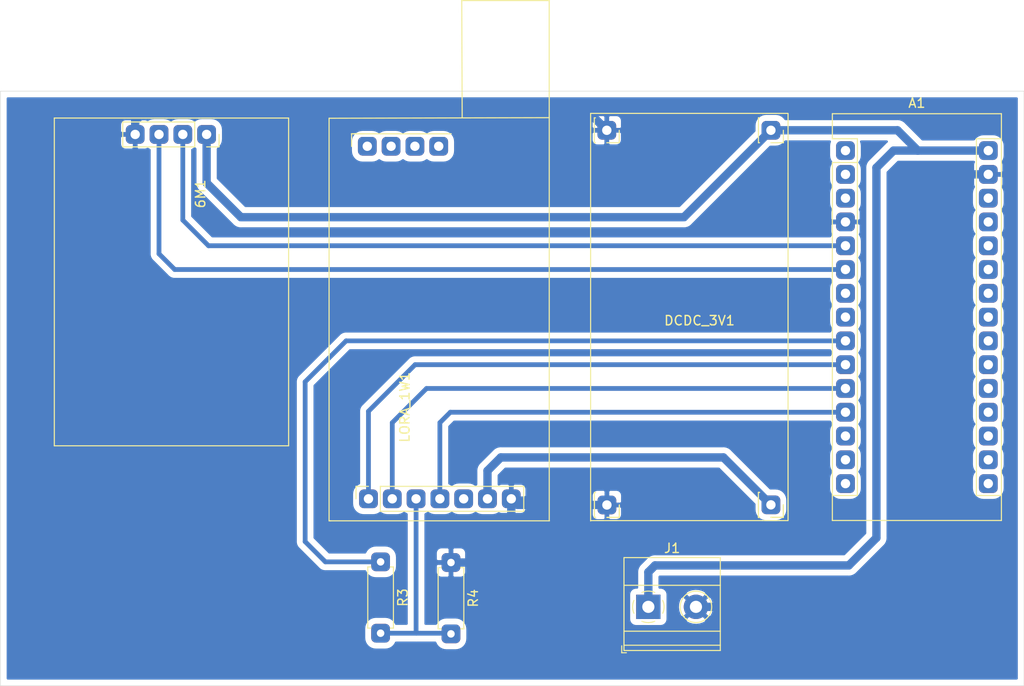
<source format=kicad_pcb>
(kicad_pcb (version 20171130) (host pcbnew "(5.1.6)-1")

  (general
    (thickness 1.6)
    (drawings 4)
    (tracks 62)
    (zones 0)
    (modules 7)
    (nets 33)
  )

  (page A4)
  (layers
    (0 F.Cu signal)
    (31 B.Cu signal)
    (32 B.Adhes user)
    (33 F.Adhes user)
    (34 B.Paste user)
    (35 F.Paste user)
    (36 B.SilkS user)
    (37 F.SilkS user)
    (38 B.Mask user)
    (39 F.Mask user)
    (40 Dwgs.User user)
    (41 Cmts.User user)
    (42 Eco1.User user)
    (43 Eco2.User user)
    (44 Edge.Cuts user)
    (45 Margin user)
    (46 B.CrtYd user)
    (47 F.CrtYd user)
    (48 B.Fab user)
    (49 F.Fab user)
  )

  (setup
    (last_trace_width 1)
    (user_trace_width 0.508)
    (user_trace_width 0.889)
    (user_trace_width 1)
    (trace_clearance 0.2)
    (zone_clearance 0.508)
    (zone_45_only no)
    (trace_min 0.2)
    (via_size 0.8)
    (via_drill 0.4)
    (via_min_size 0.4)
    (via_min_drill 0.3)
    (uvia_size 0.3)
    (uvia_drill 0.1)
    (uvias_allowed no)
    (uvia_min_size 0.2)
    (uvia_min_drill 0.1)
    (edge_width 0.05)
    (segment_width 0.2)
    (pcb_text_width 0.3)
    (pcb_text_size 1.5 1.5)
    (mod_edge_width 0.12)
    (mod_text_size 1 1)
    (mod_text_width 0.15)
    (pad_size 2 2)
    (pad_drill 1)
    (pad_to_mask_clearance 0.05)
    (aux_axis_origin 0 0)
    (visible_elements 7FFFF7FF)
    (pcbplotparams
      (layerselection 0x010fc_ffffffff)
      (usegerberextensions false)
      (usegerberattributes true)
      (usegerberadvancedattributes true)
      (creategerberjobfile true)
      (excludeedgelayer true)
      (linewidth 0.100000)
      (plotframeref false)
      (viasonmask false)
      (mode 1)
      (useauxorigin false)
      (hpglpennumber 1)
      (hpglpenspeed 20)
      (hpglpendiameter 15.000000)
      (psnegative false)
      (psa4output false)
      (plotreference true)
      (plotvalue true)
      (plotinvisibletext false)
      (padsonsilk false)
      (subtractmaskfromsilk false)
      (outputformat 1)
      (mirror false)
      (drillshape 1)
      (scaleselection 1)
      (outputdirectory ""))
  )

  (net 0 "")
  (net 1 "Net-(A1-Pad1)")
  (net 2 "Net-(A1-Pad17)")
  (net 3 "Net-(A1-Pad2)")
  (net 4 "Net-(A1-Pad18)")
  (net 5 "Net-(A1-Pad3)")
  (net 6 "Net-(A1-Pad19)")
  (net 7 GND)
  (net 8 "Net-(A1-Pad20)")
  (net 9 TX_GPS)
  (net 10 "Net-(A1-Pad21)")
  (net 11 RX_GPS)
  (net 12 "Net-(A1-Pad22)")
  (net 13 "Net-(A1-Pad7)")
  (net 14 "Net-(A1-Pad23)")
  (net 15 "Net-(A1-Pad8)")
  (net 16 "Net-(A1-Pad24)")
  (net 17 "Net-(A1-Pad9)")
  (net 18 "Net-(A1-Pad25)")
  (net 19 "Net-(A1-Pad26)")
  (net 20 5V_NANO)
  (net 21 TX_LORA)
  (net 22 "Net-(A1-Pad28)")
  (net 23 "Net-(A1-Pad13)")
  (net 24 M1)
  (net 25 VIN)
  (net 26 M0)
  (net 27 "Net-(A1-Pad16)")
  (net 28 RX_LORA)
  (net 29 "Net-(A1-Pad14)")
  (net 30 "Net-(A1-Pad15)")
  (net 31 "Net-(LORA_1W1-Pad5)")
  (net 32 3.3V_DCDC)

  (net_class Default "Esta é a classe de rede padrão."
    (clearance 0.2)
    (trace_width 1)
    (via_dia 0.8)
    (via_drill 0.4)
    (uvia_dia 0.3)
    (uvia_drill 0.1)
    (add_net 3.3V_DCDC)
    (add_net 5V_NANO)
    (add_net GND)
    (add_net M0)
    (add_net M1)
    (add_net "Net-(A1-Pad1)")
    (add_net "Net-(A1-Pad13)")
    (add_net "Net-(A1-Pad14)")
    (add_net "Net-(A1-Pad15)")
    (add_net "Net-(A1-Pad16)")
    (add_net "Net-(A1-Pad17)")
    (add_net "Net-(A1-Pad18)")
    (add_net "Net-(A1-Pad19)")
    (add_net "Net-(A1-Pad2)")
    (add_net "Net-(A1-Pad20)")
    (add_net "Net-(A1-Pad21)")
    (add_net "Net-(A1-Pad22)")
    (add_net "Net-(A1-Pad23)")
    (add_net "Net-(A1-Pad24)")
    (add_net "Net-(A1-Pad25)")
    (add_net "Net-(A1-Pad26)")
    (add_net "Net-(A1-Pad28)")
    (add_net "Net-(A1-Pad3)")
    (add_net "Net-(A1-Pad7)")
    (add_net "Net-(A1-Pad8)")
    (add_net "Net-(A1-Pad9)")
    (add_net "Net-(LORA_1W1-Pad5)")
    (add_net RX_GPS)
    (add_net RX_LORA)
    (add_net TX_GPS)
    (add_net TX_LORA)
    (add_net VIN)
  )

  (module Converter_DCDC:STEPDOWN_CHINA (layer F.Cu) (tedit 5ECAF9F2) (tstamp 5ECB0622)
    (at 153.6 77.84 270)
    (descr "Through hole straight socket strip, 1x01, 2.54mm pitch, single row (from Kicad 4.0.7), script generated")
    (tags "Through hole socket strip THT 1x01 2.54mm single row")
    (path /5ECACC61)
    (fp_text reference DCDC_3V1 (at 20.32 -9.8933) (layer F.SilkS)
      (effects (font (size 1 1) (thickness 0.15)))
    )
    (fp_text value DCDC_CHINA (at 14.6558 -9.144) (layer F.Fab)
      (effects (font (size 1 1) (thickness 0.15)))
    )
    (fp_line (start -1.8034 1.7272) (end -1.8034 -19.3421) (layer F.SilkS) (width 0.12))
    (fp_line (start 41.7195 1.7272) (end -1.8034 1.7272) (layer F.SilkS) (width 0.12))
    (fp_line (start 41.6814 -19.3294) (end 41.6814 1.7145) (layer F.SilkS) (width 0.12))
    (fp_line (start -1.7907 -19.3421) (end 41.6814 -19.3421) (layer F.SilkS) (width 0.12))
    (fp_line (start 38.7427 -1.2827) (end 40.6477 -1.2827) (layer F.Fab) (width 0.1))
    (fp_line (start 40.6477 -1.2827) (end 41.2827 -0.6477) (layer F.Fab) (width 0.1))
    (fp_line (start 41.2827 -0.6477) (end 41.2827 1.2573) (layer F.Fab) (width 0.1))
    (fp_line (start 41.2827 1.2573) (end 38.7427 1.2573) (layer F.Fab) (width 0.1))
    (fp_line (start 38.7427 1.2573) (end 38.7427 -1.2827) (layer F.Fab) (width 0.1))
    (fp_line (start 38.6827 1.3173) (end 41.3427 1.3173) (layer F.SilkS) (width 0.12))
    (fp_line (start 38.6827 1.1973) (end 38.6827 1.3173) (layer F.SilkS) (width 0.12))
    (fp_line (start 41.3427 1.1973) (end 41.3427 1.3173) (layer F.SilkS) (width 0.12))
    (fp_line (start 41.3427 -1.3427) (end 41.3427 -0.0127) (layer F.SilkS) (width 0.12))
    (fp_line (start 40.0127 -1.3427) (end 41.3427 -1.3427) (layer F.SilkS) (width 0.12))
    (fp_line (start 38.2127 -1.8127) (end 41.7627 -1.8127) (layer F.CrtYd) (width 0.05))
    (fp_line (start 41.7627 -1.8127) (end 41.7627 1.7373) (layer F.CrtYd) (width 0.05))
    (fp_line (start 41.7627 1.7373) (end 38.2127 1.7373) (layer F.CrtYd) (width 0.05))
    (fp_line (start 38.2127 1.7373) (end 38.2127 -1.8127) (layer F.CrtYd) (width 0.05))
    (fp_line (start 38.7427 -1.2827) (end 40.6477 -1.2827) (layer F.Fab) (width 0.1))
    (fp_line (start 40.6477 -1.2827) (end 41.2827 -0.6477) (layer F.Fab) (width 0.1))
    (fp_line (start 41.2827 -0.6477) (end 41.2827 1.2573) (layer F.Fab) (width 0.1))
    (fp_line (start 41.2827 1.2573) (end 38.7427 1.2573) (layer F.Fab) (width 0.1))
    (fp_line (start 38.7427 1.2573) (end 38.7427 -1.2827) (layer F.Fab) (width 0.1))
    (fp_line (start 38.6827 1.3173) (end 41.3427 1.3173) (layer F.SilkS) (width 0.12))
    (fp_line (start 38.6827 1.1973) (end 38.6827 1.3173) (layer F.SilkS) (width 0.12))
    (fp_line (start 41.3427 1.1973) (end 41.3427 1.3173) (layer F.SilkS) (width 0.12))
    (fp_line (start 41.3427 -1.3427) (end 41.3427 -0.0127) (layer F.SilkS) (width 0.12))
    (fp_line (start 40.0127 -1.3427) (end 41.3427 -1.3427) (layer F.SilkS) (width 0.12))
    (fp_line (start 38.2127 -1.8127) (end 41.7627 -1.8127) (layer F.CrtYd) (width 0.05))
    (fp_line (start 41.7627 -1.8127) (end 41.7627 1.7373) (layer F.CrtYd) (width 0.05))
    (fp_line (start 41.7627 1.7373) (end 38.2127 1.7373) (layer F.CrtYd) (width 0.05))
    (fp_line (start 38.2127 1.7373) (end 38.2127 -1.8127) (layer F.CrtYd) (width 0.05))
    (fp_line (start 38.73 -18.7827) (end 40.635 -18.7827) (layer F.Fab) (width 0.1))
    (fp_line (start 40.635 -18.7827) (end 41.27 -18.1477) (layer F.Fab) (width 0.1))
    (fp_line (start 41.27 -18.1477) (end 41.27 -16.2427) (layer F.Fab) (width 0.1))
    (fp_line (start 41.27 -16.2427) (end 38.73 -16.2427) (layer F.Fab) (width 0.1))
    (fp_line (start 38.73 -16.2427) (end 38.73 -18.7827) (layer F.Fab) (width 0.1))
    (fp_line (start 38.67 -16.1827) (end 41.33 -16.1827) (layer F.SilkS) (width 0.12))
    (fp_line (start 38.67 -16.3027) (end 38.67 -16.1827) (layer F.SilkS) (width 0.12))
    (fp_line (start 41.33 -16.3027) (end 41.33 -16.1827) (layer F.SilkS) (width 0.12))
    (fp_line (start 41.33 -18.8427) (end 41.33 -17.5127) (layer F.SilkS) (width 0.12))
    (fp_line (start 40 -18.8427) (end 41.33 -18.8427) (layer F.SilkS) (width 0.12))
    (fp_line (start 38.2 -19.3127) (end 41.75 -19.3127) (layer F.CrtYd) (width 0.05))
    (fp_line (start 41.75 -19.3127) (end 41.75 -15.7627) (layer F.CrtYd) (width 0.05))
    (fp_line (start 41.75 -15.7627) (end 38.2 -15.7627) (layer F.CrtYd) (width 0.05))
    (fp_line (start 38.2 -15.7627) (end 38.2 -19.3127) (layer F.CrtYd) (width 0.05))
    (fp_line (start 38.73 -18.7827) (end 40.635 -18.7827) (layer F.Fab) (width 0.1))
    (fp_line (start 40.635 -18.7827) (end 41.27 -18.1477) (layer F.Fab) (width 0.1))
    (fp_line (start 41.27 -18.1477) (end 41.27 -16.2427) (layer F.Fab) (width 0.1))
    (fp_line (start 41.27 -16.2427) (end 38.73 -16.2427) (layer F.Fab) (width 0.1))
    (fp_line (start 38.73 -16.2427) (end 38.73 -18.7827) (layer F.Fab) (width 0.1))
    (fp_line (start 38.67 -16.1827) (end 41.33 -16.1827) (layer F.SilkS) (width 0.12))
    (fp_line (start 38.67 -16.3027) (end 38.67 -16.1827) (layer F.SilkS) (width 0.12))
    (fp_line (start 41.33 -16.3027) (end 41.33 -16.1827) (layer F.SilkS) (width 0.12))
    (fp_line (start 41.33 -18.8427) (end 41.33 -17.5127) (layer F.SilkS) (width 0.12))
    (fp_line (start 40 -18.8427) (end 41.33 -18.8427) (layer F.SilkS) (width 0.12))
    (fp_line (start 38.2 -19.3127) (end 41.75 -19.3127) (layer F.CrtYd) (width 0.05))
    (fp_line (start 41.75 -19.3127) (end 41.75 -15.7627) (layer F.CrtYd) (width 0.05))
    (fp_line (start 41.75 -15.7627) (end 38.2 -15.7627) (layer F.CrtYd) (width 0.05))
    (fp_line (start 38.2 -15.7627) (end 38.2 -19.3127) (layer F.CrtYd) (width 0.05))
    (fp_line (start -1.27 -18.7827) (end 0.635 -18.7827) (layer F.Fab) (width 0.1))
    (fp_line (start 0.635 -18.7827) (end 1.27 -18.1477) (layer F.Fab) (width 0.1))
    (fp_line (start 1.27 -18.1477) (end 1.27 -16.2427) (layer F.Fab) (width 0.1))
    (fp_line (start 1.27 -16.2427) (end -1.27 -16.2427) (layer F.Fab) (width 0.1))
    (fp_line (start -1.27 -16.2427) (end -1.27 -18.7827) (layer F.Fab) (width 0.1))
    (fp_line (start -1.33 -16.1827) (end 1.33 -16.1827) (layer F.SilkS) (width 0.12))
    (fp_line (start -1.33 -16.3027) (end -1.33 -16.1827) (layer F.SilkS) (width 0.12))
    (fp_line (start 1.33 -16.3027) (end 1.33 -16.1827) (layer F.SilkS) (width 0.12))
    (fp_line (start 1.33 -18.8427) (end 1.33 -17.5127) (layer F.SilkS) (width 0.12))
    (fp_line (start 0 -18.8427) (end 1.33 -18.8427) (layer F.SilkS) (width 0.12))
    (fp_line (start -1.8 -19.3127) (end 1.75 -19.3127) (layer F.CrtYd) (width 0.05))
    (fp_line (start 1.75 -19.3127) (end 1.75 -15.7627) (layer F.CrtYd) (width 0.05))
    (fp_line (start 1.75 -15.7627) (end -1.8 -15.7627) (layer F.CrtYd) (width 0.05))
    (fp_line (start -1.8 -15.7627) (end -1.8 -19.3127) (layer F.CrtYd) (width 0.05))
    (fp_line (start -1.27 -1.27) (end 0.635 -1.27) (layer F.Fab) (width 0.1))
    (fp_line (start 0.635 -1.27) (end 1.27 -0.635) (layer F.Fab) (width 0.1))
    (fp_line (start 1.27 -0.635) (end 1.27 1.27) (layer F.Fab) (width 0.1))
    (fp_line (start 1.27 1.27) (end -1.27 1.27) (layer F.Fab) (width 0.1))
    (fp_line (start -1.27 1.27) (end -1.27 -1.27) (layer F.Fab) (width 0.1))
    (fp_line (start -1.33 1.33) (end 1.33 1.33) (layer F.SilkS) (width 0.12))
    (fp_line (start -1.33 1.21) (end -1.33 1.33) (layer F.SilkS) (width 0.12))
    (fp_line (start 1.33 1.21) (end 1.33 1.33) (layer F.SilkS) (width 0.12))
    (fp_line (start 1.33 -1.33) (end 1.33 0) (layer F.SilkS) (width 0.12))
    (fp_line (start 0 -1.33) (end 1.33 -1.33) (layer F.SilkS) (width 0.12))
    (fp_line (start -1.8 -1.8) (end 1.75 -1.8) (layer F.CrtYd) (width 0.05))
    (fp_line (start 1.75 -1.8) (end 1.75 1.75) (layer F.CrtYd) (width 0.05))
    (fp_line (start 1.75 1.75) (end -1.8 1.75) (layer F.CrtYd) (width 0.05))
    (fp_line (start -1.8 1.75) (end -1.8 -1.8) (layer F.CrtYd) (width 0.05))
    (pad 3 thru_hole roundrect (at 40.0127 -0.0127 270) (size 2 2) (drill 1) (layers *.Cu *.Mask) (roundrect_rratio 0.25)
      (net 7 GND) (clearance 0.508))
    (pad 4 thru_hole roundrect (at 40 -17.5127 270) (size 2 2) (drill 1) (layers *.Cu *.Mask) (roundrect_rratio 0.25)
      (net 32 3.3V_DCDC) (clearance 0.508))
    (pad 2 thru_hole roundrect (at 0 -17.5127 270) (size 2 2) (drill 1) (layers *.Cu *.Mask) (roundrect_rratio 0.25)
      (net 25 VIN) (clearance 0.508))
    (pad 1 thru_hole roundrect (at 0 0 270) (size 2 2) (drill 1) (layers *.Cu *.Mask) (roundrect_rratio 0.25)
      (net 7 GND) (clearance 0.508))
    (model ${KISYS3DMOD}/Connector_PinSocket_2.54mm.3dshapes/PinSocket_1x01_P2.54mm_Vertical.wrl
      (at (xyz 0 0 0))
      (scale (xyz 1 1 1))
      (rotate (xyz 0 0 0))
    )
  )

  (module RF_WiFi:LORA_E32_433T30D (layer F.Cu) (tedit 5ECAF941) (tstamp 5ECAEB6D)
    (at 128.1684 117.1956 90)
    (descr "Through hole straight socket strip, 1x07, 2.54mm pitch, single row (from Kicad 4.0.7), script generated")
    (tags "Through hole socket strip THT 1x07 2.54mm single row")
    (path /5ECB6750)
    (fp_text reference LORA_1W1 (at 9.779 3.8735 90) (layer F.SilkS)
      (effects (font (size 1 1) (thickness 0.15)))
    )
    (fp_text value LORA_433T30D (at 10.3124 8.3947 90) (layer F.Fab)
      (effects (font (size 1 1) (thickness 0.15)))
    )
    (fp_line (start 53.20792 9.95426) (end 40.75 10) (layer F.SilkS) (width 0.12))
    (fp_line (start 36.4185 -1.8267) (end 38.3235 -1.8267) (layer F.Fab) (width 0.1))
    (fp_line (start 38.3235 -1.8267) (end 38.9585 -1.1917) (layer F.Fab) (width 0.1))
    (fp_line (start 38.9204 -1.8394) (end 38.9204 8.7651) (layer F.Fab) (width 0.1))
    (fp_line (start 38.9204 8.7651) (end 36.3804 8.7651) (layer F.Fab) (width 0.1))
    (fp_line (start 36.3804 8.7651) (end 36.3804 -1.8013) (layer F.Fab) (width 0.1))
    (fp_line (start 38.9804 -1.8267) (end 38.9804 8.8251) (layer F.SilkS) (width 0.12))
    (fp_line (start 38.9712 -1.814) (end 38.9712 -0.484) (layer F.SilkS) (width 0.12))
    (fp_line (start 37.6285 -1.8013) (end 38.9585 -1.8013) (layer F.SilkS) (width 0.12))
    (fp_line (start -2.3495 19.3167) (end -2.3495 -4.0513) (layer F.SilkS) (width 0.12))
    (fp_line (start -1.27 -1.27) (end 0.635 -1.27) (layer F.Fab) (width 0.1))
    (fp_line (start 0.635 -1.27) (end 1.27 -0.635) (layer F.Fab) (width 0.1))
    (fp_line (start 1.27 -0.635) (end 1.27 16.51) (layer F.Fab) (width 0.1))
    (fp_line (start 1.27 16.51) (end -1.27 16.51) (layer F.Fab) (width 0.1))
    (fp_line (start -1.27 16.51) (end -1.27 -1.27) (layer F.Fab) (width 0.1))
    (fp_line (start -1.33 1.27) (end 1.33 1.27) (layer F.SilkS) (width 0.12))
    (fp_line (start -1.33 1.27) (end -1.33 16.57) (layer F.SilkS) (width 0.12))
    (fp_line (start -1.33 16.57) (end 1.33 16.57) (layer F.SilkS) (width 0.12))
    (fp_line (start 1.33 1.27) (end 1.33 16.57) (layer F.SilkS) (width 0.12))
    (fp_line (start 1.33 -1.33) (end 1.33 0) (layer F.SilkS) (width 0.12))
    (fp_line (start 0 -1.33) (end 1.33 -1.33) (layer F.SilkS) (width 0.12))
    (fp_line (start -1.8 -1.8) (end 1.75 -1.8) (layer F.CrtYd) (width 0.05))
    (fp_line (start 1.75 -1.8) (end 1.75 17) (layer F.CrtYd) (width 0.05))
    (fp_line (start 1.75 17) (end -1.8 17) (layer F.CrtYd) (width 0.05))
    (fp_line (start -1.8 17) (end -1.8 -1.8) (layer F.CrtYd) (width 0.05))
    (fp_line (start -2.3368 19.2913) (end 40.7289 19.2913) (layer F.SilkS) (width 0.12))
    (fp_line (start 53.20792 19.28876) (end 53.20792 9.95426) (layer F.SilkS) (width 0.12))
    (fp_line (start 40.64 -4.2037) (end -2.3495 -4.2037) (layer F.SilkS) (width 0.12))
    (fp_line (start -2.3495 -4.2037) (end -2.3495 -4.0386) (layer F.SilkS) (width 0.12))
    (fp_line (start 40.64 -4.2037) (end 40.7035 19.2405) (layer F.SilkS) (width 0.12))
    (fp_line (start 40.76192 19.28876) (end 53.20792 19.28876) (layer F.SilkS) (width 0.12))
    (fp_text user %R (at 37.6504 -0.1249) (layer F.Fab)
      (effects (font (size 1 1) (thickness 0.15)))
    )
    (fp_text user %R (at 0 7.62) (layer F.Fab)
      (effects (font (size 1 1) (thickness 0.15)))
    )
    (pad 8 thru_hole roundrect (at 37.6504 7.4951 90) (size 2 2) (drill 1) (layers *.Cu *.Mask) (roundrect_rratio 0.25)
      (clearance 0.508))
    (pad 9 thru_hole roundrect (at 37.6504 4.9551 90) (size 2 2) (drill 1) (layers *.Cu *.Mask) (roundrect_rratio 0.25)
      (clearance 0.508))
    (pad 10 thru_hole roundrect (at 37.6504 2.4151 90) (size 2 2) (drill 1) (layers *.Cu *.Mask) (roundrect_rratio 0.25)
      (clearance 0.508))
    (pad 11 thru_hole roundrect (at 37.6504 -0.1249 90) (size 2 2) (drill 1) (layers *.Cu *.Mask) (roundrect_rratio 0.25)
      (clearance 0.508))
    (pad 7 thru_hole roundrect (at 0 15.24 90) (size 2 2) (drill 1) (layers *.Cu *.Mask) (roundrect_rratio 0.25)
      (net 7 GND) (clearance 0.508))
    (pad 6 thru_hole roundrect (at 0 12.7 90) (size 2 2) (drill 1) (layers *.Cu *.Mask) (roundrect_rratio 0.25)
      (net 32 3.3V_DCDC) (clearance 0.508))
    (pad 5 thru_hole roundrect (at 0 10.16 90) (size 2 2) (drill 1) (layers *.Cu *.Mask) (roundrect_rratio 0.25)
      (net 31 "Net-(LORA_1W1-Pad5)") (clearance 0.508))
    (pad 4 thru_hole roundrect (at 0 7.62 90) (size 2 2) (drill 1) (layers *.Cu *.Mask) (roundrect_rratio 0.25)
      (net 21 TX_LORA) (clearance 0.508))
    (pad 3 thru_hole roundrect (at 0 5.08 90) (size 2 2) (drill 1) (layers *.Cu *.Mask) (roundrect_rratio 0.25)
      (net 28 RX_LORA) (clearance 0.508))
    (pad 2 thru_hole roundrect (at 0 2.54 90) (size 2 2) (drill 1) (layers *.Cu *.Mask) (roundrect_rratio 0.25)
      (net 24 M1) (clearance 0.508))
    (pad 1 thru_hole roundrect (at 0 0 90) (size 2 2) (drill 1) (layers *.Cu *.Mask) (roundrect_rratio 0.25)
      (net 26 M0) (clearance 0.508))
    (model ${KISYS3DMOD}/Connector_PinSocket_2.54mm.3dshapes/PinSocket_1x07_P2.54mm_Vertical.wrl
      (at (xyz 0 0 0))
      (scale (xyz 1 1 1))
      (rotate (xyz 0 0 0))
    )
  )

  (module Module:Arduino_Nano (layer F.Cu) (tedit 5ECAFA20) (tstamp 5EC93059)
    (at 179.07 80.01)
    (descr "Arduino Nano, http://www.mouser.com/pdfdocs/Gravitech_Arduino_Nano3_0.pdf")
    (tags "Arduino Nano")
    (path /5EC53BFB)
    (fp_text reference A1 (at 7.62 -5.08) (layer F.SilkS)
      (effects (font (size 1 1) (thickness 0.15)))
    )
    (fp_text value Arduino_Nano_v3.x (at 8.89 19.05 90) (layer F.Fab)
      (effects (font (size 1 1) (thickness 0.15)))
    )
    (fp_line (start 16.75 42.16) (end -1.53 42.16) (layer F.CrtYd) (width 0.05))
    (fp_line (start 16.75 42.16) (end 16.75 -4.06) (layer F.CrtYd) (width 0.05))
    (fp_line (start -1.53 -4.06) (end -1.53 42.16) (layer F.CrtYd) (width 0.05))
    (fp_line (start -1.53 -4.06) (end 16.75 -4.06) (layer F.CrtYd) (width 0.05))
    (fp_line (start 16.51 -3.81) (end 16.51 39.37) (layer F.Fab) (width 0.1))
    (fp_line (start 0 -3.81) (end 16.51 -3.81) (layer F.Fab) (width 0.1))
    (fp_line (start -1.27 -2.54) (end 0 -3.81) (layer F.Fab) (width 0.1))
    (fp_line (start -1.27 39.37) (end -1.27 -2.54) (layer F.Fab) (width 0.1))
    (fp_line (start 16.51 39.37) (end -1.27 39.37) (layer F.Fab) (width 0.1))
    (fp_line (start 16.64 -3.94) (end -1.4 -3.94) (layer F.SilkS) (width 0.12))
    (fp_line (start 16.64 39.5) (end 16.64 -3.94) (layer F.SilkS) (width 0.12))
    (fp_line (start -1.4 39.5) (end 16.64 39.5) (layer F.SilkS) (width 0.12))
    (fp_line (start 3.81 41.91) (end 3.81 31.75) (layer F.Fab) (width 0.1))
    (fp_line (start 11.43 41.91) (end 3.81 41.91) (layer F.Fab) (width 0.1))
    (fp_line (start 11.43 31.75) (end 11.43 41.91) (layer F.Fab) (width 0.1))
    (fp_line (start 3.81 31.75) (end 11.43 31.75) (layer F.Fab) (width 0.1))
    (fp_line (start 1.27 36.83) (end -1.4 36.83) (layer F.SilkS) (width 0.12))
    (fp_line (start 1.27 1.27) (end 1.27 36.83) (layer F.SilkS) (width 0.12))
    (fp_line (start 1.27 1.27) (end -1.4 1.27) (layer F.SilkS) (width 0.12))
    (fp_line (start 13.97 36.83) (end 16.64 36.83) (layer F.SilkS) (width 0.12))
    (fp_line (start 13.97 -1.27) (end 13.97 36.83) (layer F.SilkS) (width 0.12))
    (fp_line (start 13.97 -1.27) (end 16.64 -1.27) (layer F.SilkS) (width 0.12))
    (fp_line (start -1.4 -3.94) (end -1.4 -1.27) (layer F.SilkS) (width 0.12))
    (fp_line (start -1.4 1.27) (end -1.4 39.5) (layer F.SilkS) (width 0.12))
    (fp_line (start 1.27 -1.27) (end -1.4 -1.27) (layer F.SilkS) (width 0.12))
    (fp_line (start 1.27 1.27) (end 1.27 -1.27) (layer F.SilkS) (width 0.12))
    (fp_text user %R (at 6.35 19.05 90) (layer F.Fab)
      (effects (font (size 1 1) (thickness 0.15)))
    )
    (pad 1 thru_hole roundrect (at 0 0) (size 2 2) (drill 1) (layers *.Cu *.Mask) (roundrect_rratio 0.25)
      (net 1 "Net-(A1-Pad1)") (clearance 0.508))
    (pad 17 thru_hole roundrect (at 15.24 33.02) (size 2 2) (drill 1) (layers *.Cu *.Mask) (roundrect_rratio 0.25)
      (net 2 "Net-(A1-Pad17)") (clearance 0.508))
    (pad 2 thru_hole roundrect (at 0 2.54) (size 2 2) (drill 1) (layers *.Cu *.Mask) (roundrect_rratio 0.25)
      (net 3 "Net-(A1-Pad2)") (clearance 0.508))
    (pad 18 thru_hole roundrect (at 15.24 30.48) (size 2 2) (drill 1) (layers *.Cu *.Mask) (roundrect_rratio 0.25)
      (net 4 "Net-(A1-Pad18)") (clearance 0.508))
    (pad 3 thru_hole roundrect (at 0 5.08) (size 2 2) (drill 1) (layers *.Cu *.Mask) (roundrect_rratio 0.25)
      (net 5 "Net-(A1-Pad3)") (clearance 0.508))
    (pad 19 thru_hole roundrect (at 15.24 27.94) (size 2 2) (drill 1) (layers *.Cu *.Mask) (roundrect_rratio 0.25)
      (net 6 "Net-(A1-Pad19)") (clearance 0.508))
    (pad 4 thru_hole roundrect (at 0 7.62) (size 2 2) (drill 1) (layers *.Cu *.Mask) (roundrect_rratio 0.25)
      (net 7 GND) (clearance 0.508))
    (pad 20 thru_hole roundrect (at 15.24 25.4) (size 2 2) (drill 1) (layers *.Cu *.Mask) (roundrect_rratio 0.25)
      (net 8 "Net-(A1-Pad20)") (clearance 0.508))
    (pad 5 thru_hole roundrect (at 0 10.16) (size 2 2) (drill 1) (layers *.Cu *.Mask) (roundrect_rratio 0.25)
      (net 11 RX_GPS) (clearance 0.508))
    (pad 21 thru_hole roundrect (at 15.24 22.86) (size 2 2) (drill 1) (layers *.Cu *.Mask) (roundrect_rratio 0.25)
      (net 10 "Net-(A1-Pad21)") (clearance 0.508))
    (pad 6 thru_hole roundrect (at 0 12.7) (size 2 2) (drill 1) (layers *.Cu *.Mask) (roundrect_rratio 0.25)
      (net 9 TX_GPS) (clearance 0.508))
    (pad 22 thru_hole roundrect (at 15.24 20.32) (size 2 2) (drill 1) (layers *.Cu *.Mask) (roundrect_rratio 0.25)
      (net 12 "Net-(A1-Pad22)") (clearance 0.508))
    (pad 7 thru_hole roundrect (at 0 15.24) (size 2 2) (drill 1) (layers *.Cu *.Mask) (roundrect_rratio 0.25)
      (net 13 "Net-(A1-Pad7)") (clearance 0.508))
    (pad 23 thru_hole roundrect (at 15.24 17.78) (size 2 2) (drill 1) (layers *.Cu *.Mask) (roundrect_rratio 0.25)
      (net 14 "Net-(A1-Pad23)") (clearance 0.508))
    (pad 8 thru_hole roundrect (at 0 17.78) (size 2 2) (drill 1) (layers *.Cu *.Mask) (roundrect_rratio 0.25)
      (net 15 "Net-(A1-Pad8)") (clearance 0.508))
    (pad 24 thru_hole roundrect (at 15.24 15.24) (size 2 2) (drill 1) (layers *.Cu *.Mask) (roundrect_rratio 0.25)
      (net 16 "Net-(A1-Pad24)") (clearance 0.508))
    (pad 9 thru_hole roundrect (at 0 20.32) (size 2 2) (drill 1) (layers *.Cu *.Mask) (roundrect_rratio 0.25)
      (net 17 "Net-(A1-Pad9)") (clearance 0.508))
    (pad 25 thru_hole roundrect (at 15.24 12.7) (size 2 2) (drill 1) (layers *.Cu *.Mask) (roundrect_rratio 0.25)
      (net 18 "Net-(A1-Pad25)") (clearance 0.508))
    (pad 10 thru_hole roundrect (at 0 22.86) (size 2 2) (drill 1) (layers *.Cu *.Mask) (roundrect_rratio 0.25)
      (net 26 M0) (clearance 0.508))
    (pad 26 thru_hole roundrect (at 15.24 10.16) (size 2 2) (drill 1) (layers *.Cu *.Mask) (roundrect_rratio 0.25)
      (net 19 "Net-(A1-Pad26)") (clearance 0.508))
    (pad 11 thru_hole roundrect (at 0 25.4) (size 2 2) (drill 1) (layers *.Cu *.Mask) (roundrect_rratio 0.25)
      (net 24 M1) (clearance 0.508))
    (pad 27 thru_hole roundrect (at 15.24 7.62) (size 2 2) (drill 1) (layers *.Cu *.Mask) (roundrect_rratio 0.25)
      (net 20 5V_NANO) (clearance 0.508))
    (pad 12 thru_hole roundrect (at 0 27.94) (size 2 2) (drill 1) (layers *.Cu *.Mask) (roundrect_rratio 0.25)
      (net 21 TX_LORA) (clearance 0.508))
    (pad 28 thru_hole roundrect (at 15.24 5.08) (size 2 2) (drill 1) (layers *.Cu *.Mask) (roundrect_rratio 0.25)
      (net 22 "Net-(A1-Pad28)") (clearance 0.508))
    (pad 13 thru_hole roundrect (at 0 30.48) (size 2 2) (drill 1) (layers *.Cu *.Mask) (roundrect_rratio 0.25)
      (net 23 "Net-(A1-Pad13)") (clearance 0.508))
    (pad 29 thru_hole roundrect (at 15.24 2.54) (size 2 2) (drill 1) (layers *.Cu *.Mask) (roundrect_rratio 0.25)
      (net 7 GND) (clearance 0.508))
    (pad 14 thru_hole roundrect (at 0 33.02) (size 2 2) (drill 1) (layers *.Cu *.Mask) (roundrect_rratio 0.25)
      (net 29 "Net-(A1-Pad14)") (clearance 0.508))
    (pad 30 thru_hole roundrect (at 15.24 0) (size 2 2) (drill 1) (layers *.Cu *.Mask) (roundrect_rratio 0.25)
      (net 25 VIN) (clearance 0.508))
    (pad 15 thru_hole roundrect (at 0 35.56) (size 2 2) (drill 1) (layers *.Cu *.Mask) (roundrect_rratio 0.25)
      (net 30 "Net-(A1-Pad15)") (clearance 0.508))
    (pad 16 thru_hole roundrect (at 15.24 35.56) (size 2 2) (drill 1) (layers *.Cu *.Mask) (roundrect_rratio 0.25)
      (net 27 "Net-(A1-Pad16)") (clearance 0.508))
    (model ${KISYS3DMOD}/Module.3dshapes/Arduino_Nano_WithMountingHoles.wrl
      (at (xyz 0 0 0))
      (scale (xyz 1 1 1))
      (rotate (xyz 0 0 0))
    )
  )

  (module TerminalBlock_Phoenix:TerminalBlock_Phoenix_MKDS-1,5-2-5.08_1x02_P5.08mm_Horizontal (layer F.Cu) (tedit 5B294EBC) (tstamp 5EC93085)
    (at 158.03372 128.73228)
    (descr "Terminal Block Phoenix MKDS-1,5-2-5.08, 2 pins, pitch 5.08mm, size 10.2x9.8mm^2, drill diamater 1.3mm, pad diameter 2.6mm, see http://www.farnell.com/datasheets/100425.pdf, script-generated using https://github.com/pointhi/kicad-footprint-generator/scripts/TerminalBlock_Phoenix")
    (tags "THT Terminal Block Phoenix MKDS-1,5-2-5.08 pitch 5.08mm size 10.2x9.8mm^2 drill 1.3mm pad 2.6mm")
    (path /5EC87D36)
    (fp_text reference J1 (at 2.54 -6.26) (layer F.SilkS)
      (effects (font (size 1 1) (thickness 0.15)))
    )
    (fp_text value Screw_Terminal_01x02 (at 2.54 5.66) (layer F.Fab)
      (effects (font (size 1 1) (thickness 0.15)))
    )
    (fp_line (start 8.13 -5.71) (end -3.04 -5.71) (layer F.CrtYd) (width 0.05))
    (fp_line (start 8.13 5.1) (end 8.13 -5.71) (layer F.CrtYd) (width 0.05))
    (fp_line (start -3.04 5.1) (end 8.13 5.1) (layer F.CrtYd) (width 0.05))
    (fp_line (start -3.04 -5.71) (end -3.04 5.1) (layer F.CrtYd) (width 0.05))
    (fp_line (start -2.84 4.9) (end -2.34 4.9) (layer F.SilkS) (width 0.12))
    (fp_line (start -2.84 4.16) (end -2.84 4.9) (layer F.SilkS) (width 0.12))
    (fp_line (start 3.853 1.023) (end 3.806 1.069) (layer F.SilkS) (width 0.12))
    (fp_line (start 6.15 -1.275) (end 6.115 -1.239) (layer F.SilkS) (width 0.12))
    (fp_line (start 4.046 1.239) (end 4.011 1.274) (layer F.SilkS) (width 0.12))
    (fp_line (start 6.355 -1.069) (end 6.308 -1.023) (layer F.SilkS) (width 0.12))
    (fp_line (start 6.035 -1.138) (end 3.943 0.955) (layer F.Fab) (width 0.1))
    (fp_line (start 6.218 -0.955) (end 4.126 1.138) (layer F.Fab) (width 0.1))
    (fp_line (start 0.955 -1.138) (end -1.138 0.955) (layer F.Fab) (width 0.1))
    (fp_line (start 1.138 -0.955) (end -0.955 1.138) (layer F.Fab) (width 0.1))
    (fp_line (start 7.68 -5.261) (end 7.68 4.66) (layer F.SilkS) (width 0.12))
    (fp_line (start -2.6 -5.261) (end -2.6 4.66) (layer F.SilkS) (width 0.12))
    (fp_line (start -2.6 4.66) (end 7.68 4.66) (layer F.SilkS) (width 0.12))
    (fp_line (start -2.6 -5.261) (end 7.68 -5.261) (layer F.SilkS) (width 0.12))
    (fp_line (start -2.6 -2.301) (end 7.68 -2.301) (layer F.SilkS) (width 0.12))
    (fp_line (start -2.54 -2.3) (end 7.62 -2.3) (layer F.Fab) (width 0.1))
    (fp_line (start -2.6 2.6) (end 7.68 2.6) (layer F.SilkS) (width 0.12))
    (fp_line (start -2.54 2.6) (end 7.62 2.6) (layer F.Fab) (width 0.1))
    (fp_line (start -2.6 4.1) (end 7.68 4.1) (layer F.SilkS) (width 0.12))
    (fp_line (start -2.54 4.1) (end 7.62 4.1) (layer F.Fab) (width 0.1))
    (fp_line (start -2.54 4.1) (end -2.54 -5.2) (layer F.Fab) (width 0.1))
    (fp_line (start -2.04 4.6) (end -2.54 4.1) (layer F.Fab) (width 0.1))
    (fp_line (start 7.62 4.6) (end -2.04 4.6) (layer F.Fab) (width 0.1))
    (fp_line (start 7.62 -5.2) (end 7.62 4.6) (layer F.Fab) (width 0.1))
    (fp_line (start -2.54 -5.2) (end 7.62 -5.2) (layer F.Fab) (width 0.1))
    (fp_circle (center 5.08 0) (end 6.76 0) (layer F.SilkS) (width 0.12))
    (fp_circle (center 5.08 0) (end 6.58 0) (layer F.Fab) (width 0.1))
    (fp_circle (center 0 0) (end 1.5 0) (layer F.Fab) (width 0.1))
    (fp_arc (start 0 0) (end 0 1.68) (angle -24) (layer F.SilkS) (width 0.12))
    (fp_arc (start 0 0) (end 1.535 0.684) (angle -48) (layer F.SilkS) (width 0.12))
    (fp_arc (start 0 0) (end 0.684 -1.535) (angle -48) (layer F.SilkS) (width 0.12))
    (fp_arc (start 0 0) (end -1.535 -0.684) (angle -48) (layer F.SilkS) (width 0.12))
    (fp_arc (start 0 0) (end -0.684 1.535) (angle -25) (layer F.SilkS) (width 0.12))
    (fp_text user %R (at 2.54 3.2) (layer F.Fab)
      (effects (font (size 1 1) (thickness 0.15)))
    )
    (pad 1 thru_hole rect (at 0 0) (size 2.6 2.6) (drill 1.3) (layers *.Cu *.Mask)
      (net 25 VIN))
    (pad 2 thru_hole circle (at 5.08 0) (size 2.6 2.6) (drill 1.3) (layers *.Cu *.Mask)
      (net 7 GND))
    (model ${KISYS3DMOD}/TerminalBlock_Phoenix.3dshapes/TerminalBlock_Phoenix_MKDS-1,5-2-5.08_1x02_P5.08mm_Horizontal.wrl
      (at (xyz 0 0 0))
      (scale (xyz 1 1 1))
      (rotate (xyz 0 0 0))
    )
  )

  (module Resistor_THT:R_Axial_DIN0207_L6.3mm_D2.5mm_P7.62mm_Horizontal (layer F.Cu) (tedit 5ECAF3BF) (tstamp 5EC9311F)
    (at 129.4632 123.9276 270)
    (descr "Resistor, Axial_DIN0207 series, Axial, Horizontal, pin pitch=7.62mm, 0.25W = 1/4W, length*diameter=6.3*2.5mm^2, http://cdn-reichelt.de/documents/datenblatt/B400/1_4W%23YAG.pdf")
    (tags "Resistor Axial_DIN0207 series Axial Horizontal pin pitch 7.62mm 0.25W = 1/4W length 6.3mm diameter 2.5mm")
    (path /5EC913E1)
    (fp_text reference R3 (at 3.81 -2.37 90) (layer F.SilkS)
      (effects (font (size 1 1) (thickness 0.15)))
    )
    (fp_text value 1k (at 3.81 2.37 90) (layer F.Fab)
      (effects (font (size 1 1) (thickness 0.15)))
    )
    (fp_line (start 0.66 -1.25) (end 0.66 1.25) (layer F.Fab) (width 0.1))
    (fp_line (start 0.66 1.25) (end 6.96 1.25) (layer F.Fab) (width 0.1))
    (fp_line (start 6.96 1.25) (end 6.96 -1.25) (layer F.Fab) (width 0.1))
    (fp_line (start 6.96 -1.25) (end 0.66 -1.25) (layer F.Fab) (width 0.1))
    (fp_line (start 0 0) (end 0.66 0) (layer F.Fab) (width 0.1))
    (fp_line (start 7.62 0) (end 6.96 0) (layer F.Fab) (width 0.1))
    (fp_line (start 0.54 -1.04) (end 0.54 -1.37) (layer F.SilkS) (width 0.12))
    (fp_line (start 0.54 -1.37) (end 7.08 -1.37) (layer F.SilkS) (width 0.12))
    (fp_line (start 7.08 -1.37) (end 7.08 -1.04) (layer F.SilkS) (width 0.12))
    (fp_line (start 0.54 1.04) (end 0.54 1.37) (layer F.SilkS) (width 0.12))
    (fp_line (start 0.54 1.37) (end 7.08 1.37) (layer F.SilkS) (width 0.12))
    (fp_line (start 7.08 1.37) (end 7.08 1.04) (layer F.SilkS) (width 0.12))
    (fp_line (start -1.05 -1.5) (end -1.05 1.5) (layer F.CrtYd) (width 0.05))
    (fp_line (start -1.05 1.5) (end 8.67 1.5) (layer F.CrtYd) (width 0.05))
    (fp_line (start 8.67 1.5) (end 8.67 -1.5) (layer F.CrtYd) (width 0.05))
    (fp_line (start 8.67 -1.5) (end -1.05 -1.5) (layer F.CrtYd) (width 0.05))
    (fp_text user %R (at 3.81 0 270) (layer F.Fab)
      (effects (font (size 1 1) (thickness 0.15)))
    )
    (pad 2 thru_hole roundrect (at 7.62 0 270) (size 2 2) (drill 0.8) (layers *.Cu *.Mask) (roundrect_rratio 0.25)
      (net 28 RX_LORA) (clearance 0.508))
    (pad 1 thru_hole roundrect (at 0 0 270) (size 2 2) (drill 0.8) (layers *.Cu *.Mask) (roundrect_rratio 0.25)
      (net 17 "Net-(A1-Pad9)") (clearance 0.508))
    (model ${KISYS3DMOD}/Resistor_THT.3dshapes/R_Axial_DIN0207_L6.3mm_D2.5mm_P7.62mm_Horizontal.wrl
      (at (xyz 0 0 0))
      (scale (xyz 1 1 1))
      (rotate (xyz 0 0 0))
    )
  )

  (module Resistor_THT:R_Axial_DIN0207_L6.3mm_D2.5mm_P7.62mm_Horizontal (layer F.Cu) (tedit 5ECAF9BE) (tstamp 5EC93136)
    (at 136.9732 123.9976 270)
    (descr "Resistor, Axial_DIN0207 series, Axial, Horizontal, pin pitch=7.62mm, 0.25W = 1/4W, length*diameter=6.3*2.5mm^2, http://cdn-reichelt.de/documents/datenblatt/B400/1_4W%23YAG.pdf")
    (tags "Resistor Axial_DIN0207 series Axial Horizontal pin pitch 7.62mm 0.25W = 1/4W length 6.3mm diameter 2.5mm")
    (path /5EC913EB)
    (fp_text reference R4 (at 3.81 -2.37 90) (layer F.SilkS)
      (effects (font (size 1 1) (thickness 0.15)))
    )
    (fp_text value 0,5k (at 3.81 2.37 90) (layer F.Fab)
      (effects (font (size 1 1) (thickness 0.15)))
    )
    (fp_line (start 0.66 -1.25) (end 0.66 1.25) (layer F.Fab) (width 0.1))
    (fp_line (start 0.66 1.25) (end 6.96 1.25) (layer F.Fab) (width 0.1))
    (fp_line (start 6.96 1.25) (end 6.96 -1.25) (layer F.Fab) (width 0.1))
    (fp_line (start 6.96 -1.25) (end 0.66 -1.25) (layer F.Fab) (width 0.1))
    (fp_line (start 0 0) (end 0.66 0) (layer F.Fab) (width 0.1))
    (fp_line (start 7.62 0) (end 6.96 0) (layer F.Fab) (width 0.1))
    (fp_line (start 0.54 -1.04) (end 0.54 -1.37) (layer F.SilkS) (width 0.12))
    (fp_line (start 0.54 -1.37) (end 7.08 -1.37) (layer F.SilkS) (width 0.12))
    (fp_line (start 7.08 -1.37) (end 7.08 -1.04) (layer F.SilkS) (width 0.12))
    (fp_line (start 0.54 1.04) (end 0.54 1.37) (layer F.SilkS) (width 0.12))
    (fp_line (start 0.54 1.37) (end 7.08 1.37) (layer F.SilkS) (width 0.12))
    (fp_line (start 7.08 1.37) (end 7.08 1.04) (layer F.SilkS) (width 0.12))
    (fp_line (start -1.05 -1.5) (end -1.05 1.5) (layer F.CrtYd) (width 0.05))
    (fp_line (start -1.05 1.5) (end 8.67 1.5) (layer F.CrtYd) (width 0.05))
    (fp_line (start 8.67 1.5) (end 8.67 -1.5) (layer F.CrtYd) (width 0.05))
    (fp_line (start 8.67 -1.5) (end -1.05 -1.5) (layer F.CrtYd) (width 0.05))
    (fp_text user %R (at 3.81 0 90) (layer F.Fab)
      (effects (font (size 1 1) (thickness 0.15)))
    )
    (pad 2 thru_hole roundrect (at 7.62 0 270) (size 2 2) (drill 0.8) (layers *.Cu *.Mask) (roundrect_rratio 0.25)
      (net 28 RX_LORA) (clearance 0.508))
    (pad 1 thru_hole roundrect (at 0 0 270) (size 2 2) (drill 0.8) (layers *.Cu *.Mask) (roundrect_rratio 0.25)
      (net 7 GND) (clearance 0.508))
    (model ${KISYS3DMOD}/Resistor_THT.3dshapes/R_Axial_DIN0207_L6.3mm_D2.5mm_P7.62mm_Horizontal.wrl
      (at (xyz 0 0 0))
      (scale (xyz 1 1 1))
      (rotate (xyz 0 0 0))
    )
  )

  (module RF_GPS:Neo-6M (layer F.Cu) (tedit 5ECAF8EF) (tstamp 5ECAEADD)
    (at 110.8964 78.2828 270)
    (descr "Through hole straight socket strip, 1x04, 2.54mm pitch, single row (from Kicad 4.0.7), script generated")
    (tags "Through hole socket strip THT 1x04 2.54mm single row")
    (path /5ECB042A)
    (fp_text reference 6M1 (at 6.35 0.65 90) (layer F.SilkS)
      (effects (font (size 1 1) (thickness 0.15)))
    )
    (fp_text value NEO_6M (at 6.35 4.65 90) (layer F.Fab)
      (effects (font (size 1 1) (thickness 0.15)))
    )
    (fp_line (start 33.25 16.25) (end -1.75 16.25) (layer F.SilkS) (width 0.12))
    (fp_line (start 33.25 -8.75) (end 33.25 16.25) (layer F.SilkS) (width 0.12))
    (fp_line (start -1.75 -8.75) (end 33.25 -8.75) (layer F.SilkS) (width 0.12))
    (fp_line (start -1.75 -8.75) (end -1.75 16.25) (layer F.SilkS) (width 0.12))
    (fp_line (start -1.27 -1.27) (end 0.635 -1.27) (layer F.Fab) (width 0.1))
    (fp_line (start 0.635 -1.27) (end 1.27 -0.635) (layer F.Fab) (width 0.1))
    (fp_line (start 1.27 -0.635) (end 1.27 8.89) (layer F.Fab) (width 0.1))
    (fp_line (start 1.27 8.89) (end -1.27 8.89) (layer F.Fab) (width 0.1))
    (fp_line (start -1.27 8.89) (end -1.27 -1.27) (layer F.Fab) (width 0.1))
    (fp_line (start -1.33 1.27) (end 1.33 1.27) (layer F.SilkS) (width 0.12))
    (fp_line (start -1.33 1.27) (end -1.33 8.95) (layer F.SilkS) (width 0.12))
    (fp_line (start -1.33 8.95) (end 1.33 8.95) (layer F.SilkS) (width 0.12))
    (fp_line (start 1.33 1.27) (end 1.33 8.95) (layer F.SilkS) (width 0.12))
    (fp_line (start 1.33 -1.33) (end 1.33 0) (layer F.SilkS) (width 0.12))
    (fp_line (start 0 -1.33) (end 1.33 -1.33) (layer F.SilkS) (width 0.12))
    (fp_line (start -1.8 -1.8) (end 1.75 -1.8) (layer F.CrtYd) (width 0.05))
    (fp_line (start 1.75 -1.8) (end 1.75 9.4) (layer F.CrtYd) (width 0.05))
    (fp_line (start 1.75 9.4) (end -1.8 9.4) (layer F.CrtYd) (width 0.05))
    (fp_line (start -1.8 9.4) (end -1.8 -1.8) (layer F.CrtYd) (width 0.05))
    (fp_text user %R (at 0 3.81) (layer F.Fab)
      (effects (font (size 1 1) (thickness 0.15)))
    )
    (pad 4 thru_hole roundrect (at 0 0 270) (size 2 2) (drill 1) (layers *.Cu *.Mask) (roundrect_rratio 0.25)
      (net 25 VIN) (clearance 0.508))
    (pad 3 thru_hole roundrect (at 0 2.54 270) (size 2 2) (drill 1) (layers *.Cu *.Mask) (roundrect_rratio 0.25)
      (net 11 RX_GPS) (clearance 0.508))
    (pad 2 thru_hole roundrect (at 0 5.08 270) (size 2 2) (drill 1) (layers *.Cu *.Mask) (roundrect_rratio 0.25)
      (net 9 TX_GPS) (clearance 0.508))
    (pad 1 thru_hole roundrect (at 0 7.62 270) (size 2 2) (drill 1) (layers *.Cu *.Mask) (roundrect_rratio 0.25)
      (net 7 GND) (clearance 0.508))
    (model ${KISYS3DMOD}/Connector_PinSocket_2.54mm.3dshapes/PinSocket_1x04_P2.54mm_Vertical.wrl
      (at (xyz 0 0 0))
      (scale (xyz 1 1 1))
      (rotate (xyz 0 0 0))
    )
  )

  (gr_line (start 88.9 73.66) (end 198.12 73.66) (layer Edge.Cuts) (width 0.05) (tstamp 5EC95486))
  (gr_line (start 88.9 137.16) (end 88.9 73.66) (layer Edge.Cuts) (width 0.05))
  (gr_line (start 198.12 137.16) (end 88.9 137.16) (layer Edge.Cuts) (width 0.05))
  (gr_line (start 198.12 73.66) (end 198.12 137.16) (layer Edge.Cuts) (width 0.05))

  (segment (start 143.4084 117.5624) (end 143.4084 117.1956) (width 0.508) (layer B.Cu) (net 7))
  (segment (start 144.0655 117.8527) (end 143.4084 117.1956) (width 0.508) (layer B.Cu) (net 7))
  (segment (start 153.6127 117.8527) (end 144.0655 117.8527) (width 0.889) (layer B.Cu) (net 7))
  (segment (start 163.11372 128.73228) (end 182.72252 128.73228) (width 0.889) (layer B.Cu) (net 7))
  (segment (start 182.72252 128.73228) (end 186.182 125.2728) (width 0.889) (layer B.Cu) (net 7))
  (segment (start 186.182 125.2728) (end 186.182 86.4616) (width 0.889) (layer B.Cu) (net 7))
  (segment (start 190.0936 82.55) (end 194.31 82.55) (width 0.889) (layer B.Cu) (net 7))
  (segment (start 186.182 86.4616) (end 190.0936 82.55) (width 0.889) (layer B.Cu) (net 7))
  (segment (start 152.738799 76.978799) (end 153.6 77.84) (width 0.508) (layer B.Cu) (net 7))
  (segment (start 103.2764 78.2828) (end 103.2764 76.8604) (width 0.889) (layer B.Cu) (net 7))
  (segment (start 103.2764 76.8604) (end 104.902 75.2348) (width 0.889) (layer B.Cu) (net 7))
  (segment (start 150.9948 75.2348) (end 153.6 77.84) (width 0.889) (layer B.Cu) (net 7))
  (segment (start 104.902 75.2348) (end 150.9948 75.2348) (width 0.889) (layer B.Cu) (net 7))
  (segment (start 136.9732 123.9976) (end 141.6864 123.9976) (width 0.889) (layer B.Cu) (net 7))
  (segment (start 143.4084 122.2756) (end 143.4084 117.1956) (width 0.889) (layer B.Cu) (net 7))
  (segment (start 141.6864 123.9976) (end 143.4084 122.2756) (width 0.889) (layer B.Cu) (net 7))
  (segment (start 105.8164 78.2828) (end 105.8164 91.0336) (width 0.508) (layer B.Cu) (net 9))
  (segment (start 105.8164 91.0336) (end 107.4928 92.71) (width 0.508) (layer B.Cu) (net 9))
  (segment (start 107.4928 92.71) (end 179.07 92.71) (width 0.508) (layer B.Cu) (net 9))
  (segment (start 108.3564 78.2828) (end 108.3564 87.4268) (width 0.508) (layer B.Cu) (net 11))
  (segment (start 111.0996 90.17) (end 179.07 90.17) (width 0.508) (layer B.Cu) (net 11))
  (segment (start 108.3564 87.4268) (end 111.0996 90.17) (width 0.508) (layer B.Cu) (net 11))
  (segment (start 129.4632 123.9276) (end 129.1632 123.9276) (width 1) (layer F.Cu) (net 17))
  (segment (start 121.412 121.7676) (end 121.412 104.6988) (width 0.508) (layer B.Cu) (net 17))
  (segment (start 125.7808 100.33) (end 179.07 100.33) (width 0.508) (layer B.Cu) (net 17))
  (segment (start 121.412 104.6988) (end 125.7808 100.33) (width 0.508) (layer B.Cu) (net 17))
  (segment (start 123.572 123.9276) (end 123.444 123.7996) (width 0.508) (layer B.Cu) (net 17))
  (segment (start 129.4632 123.9276) (end 123.572 123.9276) (width 0.508) (layer B.Cu) (net 17))
  (segment (start 123.444 123.7996) (end 121.412 121.7676) (width 0.508) (layer B.Cu) (net 17))
  (segment (start 135.7884 117.1956) (end 135.7884 109.0676) (width 0.508) (layer B.Cu) (net 21))
  (segment (start 136.906 107.95) (end 179.07 107.95) (width 0.508) (layer B.Cu) (net 21))
  (segment (start 135.7884 109.0676) (end 136.906 107.95) (width 0.508) (layer B.Cu) (net 21))
  (segment (start 130.7084 117.1956) (end 130.7084 109.0676) (width 0.508) (layer B.Cu) (net 24))
  (segment (start 134.366 105.41) (end 179.07 105.41) (width 0.508) (layer B.Cu) (net 24))
  (segment (start 130.7084 109.0676) (end 134.366 105.41) (width 0.508) (layer B.Cu) (net 24))
  (segment (start 158.03372 128.73228) (end 158.03372 125.02388) (width 0.889) (layer B.Cu) (net 25))
  (segment (start 158.03372 125.02388) (end 158.75 124.3076) (width 0.889) (layer B.Cu) (net 25))
  (segment (start 158.75 124.3076) (end 179.4256 124.3076) (width 0.889) (layer B.Cu) (net 25))
  (segment (start 179.4256 124.3076) (end 182.372 121.3612) (width 0.889) (layer B.Cu) (net 25))
  (segment (start 182.372 121.3612) (end 182.372 81.8388) (width 0.889) (layer B.Cu) (net 25))
  (segment (start 182.372 81.8388) (end 184.2008 80.01) (width 0.889) (layer B.Cu) (net 25))
  (segment (start 184.6216 77.84) (end 186.7916 80.01) (width 0.889) (layer B.Cu) (net 25))
  (segment (start 171.1127 77.84) (end 184.6216 77.84) (width 0.889) (layer B.Cu) (net 25))
  (segment (start 184.2008 80.01) (end 186.7916 80.01) (width 0.889) (layer B.Cu) (net 25))
  (segment (start 186.7916 80.01) (end 194.31 80.01) (width 0.889) (layer B.Cu) (net 25))
  (segment (start 110.8964 78.2828) (end 110.8964 83.4644) (width 0.889) (layer B.Cu) (net 25))
  (segment (start 110.8964 83.4644) (end 114.554 87.122) (width 0.889) (layer B.Cu) (net 25))
  (segment (start 161.8307 87.122) (end 171.1127 77.84) (width 0.889) (layer B.Cu) (net 25))
  (segment (start 114.554 87.122) (end 161.8307 87.122) (width 0.889) (layer B.Cu) (net 25))
  (segment (start 179.05984 102.85984) (end 179.07 102.87) (width 1) (layer F.Cu) (net 26))
  (segment (start 128.1684 117.1956) (end 128.1684 107.8484) (width 0.508) (layer B.Cu) (net 26))
  (segment (start 133.1468 102.87) (end 179.07 102.87) (width 0.508) (layer B.Cu) (net 26))
  (segment (start 128.1684 107.8484) (end 133.1468 102.87) (width 0.508) (layer B.Cu) (net 26))
  (segment (start 136.9032 131.5476) (end 136.9732 131.6176) (width 0.508) (layer B.Cu) (net 28))
  (segment (start 133.2484 131.5212) (end 133.2748 131.5476) (width 0.508) (layer B.Cu) (net 28))
  (segment (start 133.2484 117.1956) (end 133.2484 131.5212) (width 0.508) (layer B.Cu) (net 28))
  (segment (start 129.4632 131.5476) (end 133.2748 131.5476) (width 0.508) (layer B.Cu) (net 28))
  (segment (start 133.2748 131.5476) (end 136.9032 131.5476) (width 0.508) (layer B.Cu) (net 28))
  (segment (start 140.8684 117.1956) (end 140.8684 114.1984) (width 0.889) (layer B.Cu) (net 32))
  (segment (start 140.8684 114.1984) (end 142.2908 112.776) (width 0.889) (layer B.Cu) (net 32))
  (segment (start 166.0487 112.776) (end 171.1127 117.84) (width 0.889) (layer B.Cu) (net 32))
  (segment (start 142.2908 112.776) (end 166.0487 112.776) (width 0.889) (layer B.Cu) (net 32))

  (zone (net 7) (net_name GND) (layer B.Cu) (tstamp 0) (hatch edge 0.508)
    (connect_pads (clearance 0.635))
    (min_thickness 0.254)
    (fill yes (arc_segments 32) (thermal_gap 0.508) (thermal_bridge_width 0.508))
    (polygon
      (pts
        (xy 198.12 137.16) (xy 88.8492 137.16) (xy 88.8492 73.66) (xy 198.12 73.66)
      )
    )
    (filled_polygon
      (pts
        (xy 197.333001 136.373) (xy 89.687 136.373) (xy 89.687 79.2828) (xy 101.638328 79.2828) (xy 101.650588 79.407282)
        (xy 101.686898 79.52698) (xy 101.745863 79.637294) (xy 101.825215 79.733985) (xy 101.921906 79.813337) (xy 102.03222 79.872302)
        (xy 102.151918 79.908612) (xy 102.2764 79.920872) (xy 102.99065 79.9178) (xy 103.1494 79.75905) (xy 103.1494 78.4098)
        (xy 101.80015 78.4098) (xy 101.6414 78.56855) (xy 101.638328 79.2828) (xy 89.687 79.2828) (xy 89.687 77.2828)
        (xy 101.638328 77.2828) (xy 101.6414 77.99705) (xy 101.80015 78.1558) (xy 103.1494 78.1558) (xy 103.1494 76.80655)
        (xy 103.4034 76.80655) (xy 103.4034 78.1558) (xy 103.4234 78.1558) (xy 103.4234 78.4098) (xy 103.4034 78.4098)
        (xy 103.4034 79.75905) (xy 103.56215 79.9178) (xy 104.2764 79.920872) (xy 104.400882 79.908612) (xy 104.52058 79.872302)
        (xy 104.604076 79.827672) (xy 104.613223 79.835179) (xy 104.8004 79.935227) (xy 104.800401 90.983688) (xy 104.795485 91.0336)
        (xy 104.815102 91.23277) (xy 104.857695 91.373177) (xy 104.873199 91.424287) (xy 104.967541 91.60079) (xy 105.094505 91.755496)
        (xy 105.133268 91.787308) (xy 106.739092 93.393133) (xy 106.770904 93.431896) (xy 106.92561 93.55886) (xy 107.102113 93.653202)
        (xy 107.293629 93.711298) (xy 107.4928 93.730915) (xy 107.542702 93.726) (xy 177.417573 93.726) (xy 177.517621 93.913177)
        (xy 177.572461 93.98) (xy 177.517621 94.046823) (xy 177.400659 94.265643) (xy 177.328634 94.503077) (xy 177.304314 94.75)
        (xy 177.304314 95.75) (xy 177.328634 95.996923) (xy 177.400659 96.234357) (xy 177.517621 96.453177) (xy 177.572461 96.52)
        (xy 177.517621 96.586823) (xy 177.400659 96.805643) (xy 177.328634 97.043077) (xy 177.304314 97.29) (xy 177.304314 98.29)
        (xy 177.328634 98.536923) (xy 177.400659 98.774357) (xy 177.517621 98.993177) (xy 177.572461 99.06) (xy 177.517621 99.126823)
        (xy 177.417573 99.314) (xy 125.830693 99.314) (xy 125.780799 99.309086) (xy 125.730905 99.314) (xy 125.730898 99.314)
        (xy 125.581629 99.328702) (xy 125.390113 99.386798) (xy 125.21361 99.48114) (xy 125.058904 99.608104) (xy 125.027092 99.646867)
        (xy 120.728868 103.945092) (xy 120.690105 103.976904) (xy 120.563141 104.13161) (xy 120.522939 104.206823) (xy 120.468799 104.308113)
        (xy 120.410702 104.49963) (xy 120.391085 104.6988) (xy 120.396001 104.748712) (xy 120.396 121.717698) (xy 120.391085 121.7676)
        (xy 120.396 121.817501) (xy 120.410702 121.96677) (xy 120.468798 122.158286) (xy 120.56314 122.33479) (xy 120.690104 122.489496)
        (xy 120.728872 122.521312) (xy 122.760865 124.553306) (xy 122.760871 124.553311) (xy 122.818287 124.610727) (xy 122.850104 124.649496)
        (xy 123.00481 124.77646) (xy 123.181313 124.870802) (xy 123.372829 124.928898) (xy 123.522098 124.9436) (xy 123.522105 124.9436)
        (xy 123.571999 124.948514) (xy 123.621893 124.9436) (xy 127.810773 124.9436) (xy 127.910821 125.130777) (xy 128.068225 125.322575)
        (xy 128.260023 125.479979) (xy 128.478843 125.596941) (xy 128.716277 125.668966) (xy 128.9632 125.693286) (xy 129.9632 125.693286)
        (xy 130.210123 125.668966) (xy 130.447557 125.596941) (xy 130.666377 125.479979) (xy 130.858175 125.322575) (xy 131.015579 125.130777)
        (xy 131.132541 124.911957) (xy 131.204566 124.674523) (xy 131.228886 124.4276) (xy 131.228886 123.4276) (xy 131.204566 123.180677)
        (xy 131.132541 122.943243) (xy 131.015579 122.724423) (xy 130.858175 122.532625) (xy 130.666377 122.375221) (xy 130.447557 122.258259)
        (xy 130.210123 122.186234) (xy 129.9632 122.161914) (xy 128.9632 122.161914) (xy 128.716277 122.186234) (xy 128.478843 122.258259)
        (xy 128.260023 122.375221) (xy 128.068225 122.532625) (xy 127.910821 122.724423) (xy 127.810773 122.9116) (xy 123.992841 122.9116)
        (xy 122.428 121.34676) (xy 122.428 105.11964) (xy 126.201641 101.346) (xy 177.417573 101.346) (xy 177.517621 101.533177)
        (xy 177.572461 101.6) (xy 177.517621 101.666823) (xy 177.417573 101.854) (xy 133.196702 101.854) (xy 133.1468 101.849085)
        (xy 133.096898 101.854) (xy 132.947629 101.868702) (xy 132.756113 101.926798) (xy 132.57961 102.02114) (xy 132.424904 102.148104)
        (xy 132.393092 102.186867) (xy 127.485268 107.094692) (xy 127.446505 107.126504) (xy 127.319541 107.28121) (xy 127.265235 107.38281)
        (xy 127.225199 107.457713) (xy 127.167102 107.64923) (xy 127.147485 107.8484) (xy 127.152401 107.898312) (xy 127.1524 115.543172)
        (xy 126.965223 115.643221) (xy 126.773425 115.800625) (xy 126.616021 115.992423) (xy 126.499059 116.211243) (xy 126.427034 116.448677)
        (xy 126.402714 116.6956) (xy 126.402714 117.6956) (xy 126.427034 117.942523) (xy 126.499059 118.179957) (xy 126.616021 118.398777)
        (xy 126.773425 118.590575) (xy 126.965223 118.747979) (xy 127.184043 118.864941) (xy 127.421477 118.936966) (xy 127.6684 118.961286)
        (xy 128.6684 118.961286) (xy 128.915323 118.936966) (xy 129.152757 118.864941) (xy 129.371577 118.747979) (xy 129.4384 118.693139)
        (xy 129.505223 118.747979) (xy 129.724043 118.864941) (xy 129.961477 118.936966) (xy 130.2084 118.961286) (xy 131.2084 118.961286)
        (xy 131.455323 118.936966) (xy 131.692757 118.864941) (xy 131.911577 118.747979) (xy 131.9784 118.693139) (xy 132.045223 118.747979)
        (xy 132.2324 118.848027) (xy 132.232401 130.5316) (xy 131.115627 130.5316) (xy 131.015579 130.344423) (xy 130.858175 130.152625)
        (xy 130.666377 129.995221) (xy 130.447557 129.878259) (xy 130.210123 129.806234) (xy 129.9632 129.781914) (xy 128.9632 129.781914)
        (xy 128.716277 129.806234) (xy 128.478843 129.878259) (xy 128.260023 129.995221) (xy 128.068225 130.152625) (xy 127.910821 130.344423)
        (xy 127.793859 130.563243) (xy 127.721834 130.800677) (xy 127.697514 131.0476) (xy 127.697514 132.0476) (xy 127.721834 132.294523)
        (xy 127.793859 132.531957) (xy 127.910821 132.750777) (xy 128.068225 132.942575) (xy 128.260023 133.099979) (xy 128.478843 133.216941)
        (xy 128.716277 133.288966) (xy 128.9632 133.313286) (xy 129.9632 133.313286) (xy 130.210123 133.288966) (xy 130.447557 133.216941)
        (xy 130.666377 133.099979) (xy 130.858175 132.942575) (xy 131.015579 132.750777) (xy 131.115627 132.5636) (xy 133.224905 132.5636)
        (xy 133.274799 132.568514) (xy 133.324693 132.5636) (xy 135.292224 132.5636) (xy 135.303859 132.601957) (xy 135.420821 132.820777)
        (xy 135.578225 133.012575) (xy 135.770023 133.169979) (xy 135.988843 133.286941) (xy 136.226277 133.358966) (xy 136.4732 133.383286)
        (xy 137.4732 133.383286) (xy 137.720123 133.358966) (xy 137.957557 133.286941) (xy 138.176377 133.169979) (xy 138.368175 133.012575)
        (xy 138.525579 132.820777) (xy 138.642541 132.601957) (xy 138.714566 132.364523) (xy 138.738886 132.1176) (xy 138.738886 131.1176)
        (xy 138.714566 130.870677) (xy 138.642541 130.633243) (xy 138.525579 130.414423) (xy 138.368175 130.222625) (xy 138.176377 130.065221)
        (xy 137.957557 129.948259) (xy 137.720123 129.876234) (xy 137.4732 129.851914) (xy 136.4732 129.851914) (xy 136.226277 129.876234)
        (xy 135.988843 129.948259) (xy 135.770023 130.065221) (xy 135.578225 130.222625) (xy 135.420821 130.414423) (xy 135.358188 130.5316)
        (xy 134.2644 130.5316) (xy 134.2644 124.9976) (xy 135.335128 124.9976) (xy 135.347388 125.122082) (xy 135.383698 125.24178)
        (xy 135.442663 125.352094) (xy 135.522015 125.448785) (xy 135.618706 125.528137) (xy 135.72902 125.587102) (xy 135.848718 125.623412)
        (xy 135.9732 125.635672) (xy 136.68745 125.6326) (xy 136.8462 125.47385) (xy 136.8462 124.1246) (xy 137.1002 124.1246)
        (xy 137.1002 125.47385) (xy 137.25895 125.6326) (xy 137.9732 125.635672) (xy 138.097682 125.623412) (xy 138.21738 125.587102)
        (xy 138.327694 125.528137) (xy 138.424385 125.448785) (xy 138.503737 125.352094) (xy 138.562702 125.24178) (xy 138.599012 125.122082)
        (xy 138.611272 124.9976) (xy 138.6082 124.28335) (xy 138.44945 124.1246) (xy 137.1002 124.1246) (xy 136.8462 124.1246)
        (xy 135.49695 124.1246) (xy 135.3382 124.28335) (xy 135.335128 124.9976) (xy 134.2644 124.9976) (xy 134.2644 122.9976)
        (xy 135.335128 122.9976) (xy 135.3382 123.71185) (xy 135.49695 123.8706) (xy 136.8462 123.8706) (xy 136.8462 122.52135)
        (xy 137.1002 122.52135) (xy 137.1002 123.8706) (xy 138.44945 123.8706) (xy 138.6082 123.71185) (xy 138.611272 122.9976)
        (xy 138.599012 122.873118) (xy 138.562702 122.75342) (xy 138.503737 122.643106) (xy 138.424385 122.546415) (xy 138.327694 122.467063)
        (xy 138.21738 122.408098) (xy 138.097682 122.371788) (xy 137.9732 122.359528) (xy 137.25895 122.3626) (xy 137.1002 122.52135)
        (xy 136.8462 122.52135) (xy 136.68745 122.3626) (xy 135.9732 122.359528) (xy 135.848718 122.371788) (xy 135.72902 122.408098)
        (xy 135.618706 122.467063) (xy 135.522015 122.546415) (xy 135.442663 122.643106) (xy 135.383698 122.75342) (xy 135.347388 122.873118)
        (xy 135.335128 122.9976) (xy 134.2644 122.9976) (xy 134.2644 118.848027) (xy 134.451577 118.747979) (xy 134.5184 118.693139)
        (xy 134.585223 118.747979) (xy 134.804043 118.864941) (xy 135.041477 118.936966) (xy 135.2884 118.961286) (xy 136.2884 118.961286)
        (xy 136.535323 118.936966) (xy 136.772757 118.864941) (xy 136.991577 118.747979) (xy 137.0584 118.693139) (xy 137.125223 118.747979)
        (xy 137.344043 118.864941) (xy 137.581477 118.936966) (xy 137.8284 118.961286) (xy 138.8284 118.961286) (xy 139.075323 118.936966)
        (xy 139.312757 118.864941) (xy 139.531577 118.747979) (xy 139.5984 118.693139) (xy 139.665223 118.747979) (xy 139.884043 118.864941)
        (xy 140.121477 118.936966) (xy 140.3684 118.961286) (xy 141.3684 118.961286) (xy 141.615323 118.936966) (xy 141.852757 118.864941)
        (xy 141.875658 118.8527) (xy 151.974628 118.8527) (xy 151.986888 118.977182) (xy 152.023198 119.09688) (xy 152.082163 119.207194)
        (xy 152.161515 119.303885) (xy 152.258206 119.383237) (xy 152.36852 119.442202) (xy 152.488218 119.478512) (xy 152.6127 119.490772)
        (xy 153.32695 119.4877) (xy 153.4857 119.32895) (xy 153.4857 117.9797) (xy 153.7397 117.9797) (xy 153.7397 119.32895)
        (xy 153.89845 119.4877) (xy 154.6127 119.490772) (xy 154.737182 119.478512) (xy 154.85688 119.442202) (xy 154.967194 119.383237)
        (xy 155.063885 119.303885) (xy 155.143237 119.207194) (xy 155.202202 119.09688) (xy 155.238512 118.977182) (xy 155.250772 118.8527)
        (xy 155.2477 118.13845) (xy 155.08895 117.9797) (xy 153.7397 117.9797) (xy 153.4857 117.9797) (xy 152.13645 117.9797)
        (xy 151.9777 118.13845) (xy 151.974628 118.8527) (xy 141.875658 118.8527) (xy 142.071577 118.747979) (xy 142.080724 118.740472)
        (xy 142.16422 118.785102) (xy 142.283918 118.821412) (xy 142.4084 118.833672) (xy 143.12265 118.8306) (xy 143.2814 118.67185)
        (xy 143.2814 117.3226) (xy 143.5354 117.3226) (xy 143.5354 118.67185) (xy 143.69415 118.8306) (xy 144.4084 118.833672)
        (xy 144.532882 118.821412) (xy 144.65258 118.785102) (xy 144.762894 118.726137) (xy 144.859585 118.646785) (xy 144.938937 118.550094)
        (xy 144.997902 118.43978) (xy 145.034212 118.320082) (xy 145.046472 118.1956) (xy 145.0434 117.48135) (xy 144.88465 117.3226)
        (xy 143.5354 117.3226) (xy 143.2814 117.3226) (xy 143.2614 117.3226) (xy 143.2614 117.0686) (xy 143.2814 117.0686)
        (xy 143.2814 115.71935) (xy 143.5354 115.71935) (xy 143.5354 117.0686) (xy 144.88465 117.0686) (xy 145.0434 116.90985)
        (xy 145.043645 116.8527) (xy 151.974628 116.8527) (xy 151.9777 117.56695) (xy 152.13645 117.7257) (xy 153.4857 117.7257)
        (xy 153.4857 116.37645) (xy 153.7397 116.37645) (xy 153.7397 117.7257) (xy 155.08895 117.7257) (xy 155.2477 117.56695)
        (xy 155.250772 116.8527) (xy 155.238512 116.728218) (xy 155.202202 116.60852) (xy 155.143237 116.498206) (xy 155.063885 116.401515)
        (xy 154.967194 116.322163) (xy 154.85688 116.263198) (xy 154.737182 116.226888) (xy 154.6127 116.214628) (xy 153.89845 116.2177)
        (xy 153.7397 116.37645) (xy 153.4857 116.37645) (xy 153.32695 116.2177) (xy 152.6127 116.214628) (xy 152.488218 116.226888)
        (xy 152.36852 116.263198) (xy 152.258206 116.322163) (xy 152.161515 116.401515) (xy 152.082163 116.498206) (xy 152.023198 116.60852)
        (xy 151.986888 116.728218) (xy 151.974628 116.8527) (xy 145.043645 116.8527) (xy 145.046472 116.1956) (xy 145.034212 116.071118)
        (xy 144.997902 115.95142) (xy 144.938937 115.841106) (xy 144.859585 115.744415) (xy 144.762894 115.665063) (xy 144.65258 115.606098)
        (xy 144.532882 115.569788) (xy 144.4084 115.557528) (xy 143.69415 115.5606) (xy 143.5354 115.71935) (xy 143.2814 115.71935)
        (xy 143.12265 115.5606) (xy 142.4084 115.557528) (xy 142.283918 115.569788) (xy 142.16422 115.606098) (xy 142.080724 115.650728)
        (xy 142.0749 115.645948) (xy 142.0749 114.698148) (xy 142.790549 113.9825) (xy 165.548952 113.9825) (xy 169.347014 117.780563)
        (xy 169.347014 118.34) (xy 169.371334 118.586923) (xy 169.443359 118.824357) (xy 169.560321 119.043177) (xy 169.717725 119.234975)
        (xy 169.909523 119.392379) (xy 170.128343 119.509341) (xy 170.365777 119.581366) (xy 170.6127 119.605686) (xy 171.6127 119.605686)
        (xy 171.859623 119.581366) (xy 172.097057 119.509341) (xy 172.315877 119.392379) (xy 172.507675 119.234975) (xy 172.665079 119.043177)
        (xy 172.782041 118.824357) (xy 172.854066 118.586923) (xy 172.878386 118.34) (xy 172.878386 117.34) (xy 172.854066 117.093077)
        (xy 172.782041 116.855643) (xy 172.665079 116.636823) (xy 172.507675 116.445025) (xy 172.315877 116.287621) (xy 172.097057 116.170659)
        (xy 171.859623 116.098634) (xy 171.6127 116.074314) (xy 171.053263 116.074314) (xy 166.943735 111.964787) (xy 166.905952 111.918748)
        (xy 166.722238 111.767979) (xy 166.512641 111.655947) (xy 166.285215 111.586958) (xy 166.107963 111.5695) (xy 166.107961 111.5695)
        (xy 166.0487 111.563663) (xy 165.989439 111.5695) (xy 142.35006 111.5695) (xy 142.290799 111.563663) (xy 142.231538 111.5695)
        (xy 142.231537 111.5695) (xy 142.054285 111.586958) (xy 141.826859 111.655947) (xy 141.617262 111.767979) (xy 141.433548 111.918748)
        (xy 141.39577 111.964781) (xy 140.057182 113.30337) (xy 140.011149 113.341148) (xy 139.973371 113.387181) (xy 139.860379 113.524862)
        (xy 139.748348 113.734459) (xy 139.679359 113.961885) (xy 139.656063 114.1984) (xy 139.661901 114.257671) (xy 139.661901 115.645948)
        (xy 139.5984 115.698061) (xy 139.531577 115.643221) (xy 139.312757 115.526259) (xy 139.075323 115.454234) (xy 138.8284 115.429914)
        (xy 137.8284 115.429914) (xy 137.581477 115.454234) (xy 137.344043 115.526259) (xy 137.125223 115.643221) (xy 137.0584 115.698061)
        (xy 136.991577 115.643221) (xy 136.8044 115.543173) (xy 136.8044 109.48844) (xy 137.326841 108.966) (xy 177.417573 108.966)
        (xy 177.517621 109.153177) (xy 177.572461 109.22) (xy 177.517621 109.286823) (xy 177.400659 109.505643) (xy 177.328634 109.743077)
        (xy 177.304314 109.99) (xy 177.304314 110.99) (xy 177.328634 111.236923) (xy 177.400659 111.474357) (xy 177.517621 111.693177)
        (xy 177.572461 111.76) (xy 177.517621 111.826823) (xy 177.400659 112.045643) (xy 177.328634 112.283077) (xy 177.304314 112.53)
        (xy 177.304314 113.53) (xy 177.328634 113.776923) (xy 177.400659 114.014357) (xy 177.517621 114.233177) (xy 177.572461 114.3)
        (xy 177.517621 114.366823) (xy 177.400659 114.585643) (xy 177.328634 114.823077) (xy 177.304314 115.07) (xy 177.304314 116.07)
        (xy 177.328634 116.316923) (xy 177.400659 116.554357) (xy 177.517621 116.773177) (xy 177.675025 116.964975) (xy 177.866823 117.122379)
        (xy 178.085643 117.239341) (xy 178.323077 117.311366) (xy 178.57 117.335686) (xy 179.57 117.335686) (xy 179.816923 117.311366)
        (xy 180.054357 117.239341) (xy 180.273177 117.122379) (xy 180.464975 116.964975) (xy 180.622379 116.773177) (xy 180.739341 116.554357)
        (xy 180.811366 116.316923) (xy 180.835686 116.07) (xy 180.835686 115.07) (xy 180.811366 114.823077) (xy 180.739341 114.585643)
        (xy 180.622379 114.366823) (xy 180.567539 114.3) (xy 180.622379 114.233177) (xy 180.739341 114.014357) (xy 180.811366 113.776923)
        (xy 180.835686 113.53) (xy 180.835686 112.53) (xy 180.811366 112.283077) (xy 180.739341 112.045643) (xy 180.622379 111.826823)
        (xy 180.567539 111.76) (xy 180.622379 111.693177) (xy 180.739341 111.474357) (xy 180.811366 111.236923) (xy 180.835686 110.99)
        (xy 180.835686 109.99) (xy 180.811366 109.743077) (xy 180.739341 109.505643) (xy 180.622379 109.286823) (xy 180.567539 109.22)
        (xy 180.622379 109.153177) (xy 180.739341 108.934357) (xy 180.811366 108.696923) (xy 180.835686 108.45) (xy 180.835686 107.45)
        (xy 180.811366 107.203077) (xy 180.739341 106.965643) (xy 180.622379 106.746823) (xy 180.567539 106.68) (xy 180.622379 106.613177)
        (xy 180.739341 106.394357) (xy 180.811366 106.156923) (xy 180.835686 105.91) (xy 180.835686 104.91) (xy 180.811366 104.663077)
        (xy 180.739341 104.425643) (xy 180.622379 104.206823) (xy 180.567539 104.14) (xy 180.622379 104.073177) (xy 180.739341 103.854357)
        (xy 180.811366 103.616923) (xy 180.835686 103.37) (xy 180.835686 102.37) (xy 180.811366 102.123077) (xy 180.739341 101.885643)
        (xy 180.622379 101.666823) (xy 180.567539 101.6) (xy 180.622379 101.533177) (xy 180.739341 101.314357) (xy 180.811366 101.076923)
        (xy 180.835686 100.83) (xy 180.835686 99.83) (xy 180.811366 99.583077) (xy 180.739341 99.345643) (xy 180.622379 99.126823)
        (xy 180.567539 99.06) (xy 180.622379 98.993177) (xy 180.739341 98.774357) (xy 180.811366 98.536923) (xy 180.835686 98.29)
        (xy 180.835686 97.29) (xy 180.811366 97.043077) (xy 180.739341 96.805643) (xy 180.622379 96.586823) (xy 180.567539 96.52)
        (xy 180.622379 96.453177) (xy 180.739341 96.234357) (xy 180.811366 95.996923) (xy 180.835686 95.75) (xy 180.835686 94.75)
        (xy 180.811366 94.503077) (xy 180.739341 94.265643) (xy 180.622379 94.046823) (xy 180.567539 93.98) (xy 180.622379 93.913177)
        (xy 180.739341 93.694357) (xy 180.811366 93.456923) (xy 180.835686 93.21) (xy 180.835686 92.21) (xy 180.811366 91.963077)
        (xy 180.739341 91.725643) (xy 180.622379 91.506823) (xy 180.567539 91.44) (xy 180.622379 91.373177) (xy 180.739341 91.154357)
        (xy 180.811366 90.916923) (xy 180.835686 90.67) (xy 180.835686 89.67) (xy 180.811366 89.423077) (xy 180.739341 89.185643)
        (xy 180.622379 88.966823) (xy 180.614872 88.957676) (xy 180.659502 88.87418) (xy 180.695812 88.754482) (xy 180.708072 88.63)
        (xy 180.705 87.91575) (xy 180.54625 87.757) (xy 179.197 87.757) (xy 179.197 87.777) (xy 178.943 87.777)
        (xy 178.943 87.757) (xy 177.59375 87.757) (xy 177.435 87.91575) (xy 177.431928 88.63) (xy 177.444188 88.754482)
        (xy 177.480498 88.87418) (xy 177.525128 88.957676) (xy 177.517621 88.966823) (xy 177.417573 89.154) (xy 111.520441 89.154)
        (xy 109.3724 87.00596) (xy 109.3724 79.935227) (xy 109.559577 79.835179) (xy 109.6264 79.780339) (xy 109.6899 79.832452)
        (xy 109.689901 83.405129) (xy 109.684063 83.4644) (xy 109.707359 83.700915) (xy 109.776348 83.928341) (xy 109.888379 84.137938)
        (xy 109.955185 84.219341) (xy 110.039149 84.321652) (xy 110.085182 84.35943) (xy 113.658965 87.933213) (xy 113.696748 87.979252)
        (xy 113.855986 88.109934) (xy 113.880462 88.130021) (xy 114.090059 88.242053) (xy 114.317485 88.311042) (xy 114.554 88.334337)
        (xy 114.613263 88.3285) (xy 161.771439 88.3285) (xy 161.8307 88.334337) (xy 161.889961 88.3285) (xy 161.889963 88.3285)
        (xy 162.067215 88.311042) (xy 162.294641 88.242053) (xy 162.504238 88.130021) (xy 162.687952 87.979252) (xy 162.725735 87.933213)
        (xy 171.053263 79.605686) (xy 171.6127 79.605686) (xy 171.859623 79.581366) (xy 172.097057 79.509341) (xy 172.315877 79.392379)
        (xy 172.507675 79.234975) (xy 172.662352 79.0465) (xy 177.394332 79.0465) (xy 177.328634 79.263077) (xy 177.304314 79.51)
        (xy 177.304314 80.51) (xy 177.328634 80.756923) (xy 177.400659 80.994357) (xy 177.517621 81.213177) (xy 177.572461 81.28)
        (xy 177.517621 81.346823) (xy 177.400659 81.565643) (xy 177.328634 81.803077) (xy 177.304314 82.05) (xy 177.304314 83.05)
        (xy 177.328634 83.296923) (xy 177.400659 83.534357) (xy 177.517621 83.753177) (xy 177.572461 83.82) (xy 177.517621 83.886823)
        (xy 177.400659 84.105643) (xy 177.328634 84.343077) (xy 177.304314 84.59) (xy 177.304314 85.59) (xy 177.328634 85.836923)
        (xy 177.400659 86.074357) (xy 177.517621 86.293177) (xy 177.525128 86.302324) (xy 177.480498 86.38582) (xy 177.444188 86.505518)
        (xy 177.431928 86.63) (xy 177.435 87.34425) (xy 177.59375 87.503) (xy 178.943 87.503) (xy 178.943 87.483)
        (xy 179.197 87.483) (xy 179.197 87.503) (xy 180.54625 87.503) (xy 180.705 87.34425) (xy 180.708072 86.63)
        (xy 180.695812 86.505518) (xy 180.659502 86.38582) (xy 180.614872 86.302324) (xy 180.622379 86.293177) (xy 180.739341 86.074357)
        (xy 180.811366 85.836923) (xy 180.835686 85.59) (xy 180.835686 84.59) (xy 180.811366 84.343077) (xy 180.739341 84.105643)
        (xy 180.622379 83.886823) (xy 180.567539 83.82) (xy 180.622379 83.753177) (xy 180.739341 83.534357) (xy 180.811366 83.296923)
        (xy 180.835686 83.05) (xy 180.835686 82.05) (xy 180.811366 81.803077) (xy 180.739341 81.565643) (xy 180.622379 81.346823)
        (xy 180.567539 81.28) (xy 180.622379 81.213177) (xy 180.739341 80.994357) (xy 180.811366 80.756923) (xy 180.835686 80.51)
        (xy 180.835686 79.51) (xy 180.811366 79.263077) (xy 180.745668 79.0465) (xy 183.473012 79.0465) (xy 183.465549 79.052625)
        (xy 183.343548 79.152748) (xy 183.305765 79.198787) (xy 181.560782 80.94377) (xy 181.514749 80.981548) (xy 181.476971 81.027581)
        (xy 181.363979 81.165262) (xy 181.251948 81.374859) (xy 181.182959 81.602285) (xy 181.159663 81.8388) (xy 181.165501 81.898071)
        (xy 181.1655 120.861452) (xy 178.925852 123.1011) (xy 158.809261 123.1011) (xy 158.75 123.095263) (xy 158.690739 123.1011)
        (xy 158.690737 123.1011) (xy 158.513485 123.118558) (xy 158.286059 123.187547) (xy 158.188493 123.239697) (xy 158.076461 123.299579)
        (xy 158.033849 123.33455) (xy 157.892748 123.450348) (xy 157.854961 123.496392) (xy 157.222503 124.128849) (xy 157.176469 124.166628)
        (xy 157.138691 124.212661) (xy 157.025699 124.350342) (xy 156.913668 124.559939) (xy 156.844679 124.787365) (xy 156.821383 125.02388)
        (xy 156.827221 125.083151) (xy 156.827221 126.666594) (xy 156.73372 126.666594) (xy 156.584342 126.681306) (xy 156.440705 126.724878)
        (xy 156.308328 126.795635) (xy 156.192298 126.890858) (xy 156.097075 127.006888) (xy 156.026318 127.139265) (xy 155.982746 127.282902)
        (xy 155.968034 127.43228) (xy 155.968034 130.03228) (xy 155.982746 130.181658) (xy 156.026318 130.325295) (xy 156.097075 130.457672)
        (xy 156.192298 130.573702) (xy 156.308328 130.668925) (xy 156.440705 130.739682) (xy 156.584342 130.783254) (xy 156.73372 130.797966)
        (xy 159.33372 130.797966) (xy 159.483098 130.783254) (xy 159.626735 130.739682) (xy 159.759112 130.668925) (xy 159.875142 130.573702)
        (xy 159.970365 130.457672) (xy 160.041122 130.325295) (xy 160.084694 130.181658) (xy 160.094558 130.081504) (xy 161.944101 130.081504)
        (xy 162.076037 130.376592) (xy 162.416765 130.547439) (xy 162.784277 130.64853) (xy 163.164449 130.675981) (xy 163.542671 130.628737)
        (xy 163.90441 130.508613) (xy 164.151403 130.376592) (xy 164.283339 130.081504) (xy 163.11372 128.911885) (xy 161.944101 130.081504)
        (xy 160.094558 130.081504) (xy 160.099406 130.03228) (xy 160.099406 128.783009) (xy 161.170019 128.783009) (xy 161.217263 129.161231)
        (xy 161.337387 129.52297) (xy 161.469408 129.769963) (xy 161.764496 129.901899) (xy 162.934115 128.73228) (xy 163.293325 128.73228)
        (xy 164.462944 129.901899) (xy 164.758032 129.769963) (xy 164.928879 129.429235) (xy 165.02997 129.061723) (xy 165.057421 128.681551)
        (xy 165.010177 128.303329) (xy 164.890053 127.94159) (xy 164.758032 127.694597) (xy 164.462944 127.562661) (xy 163.293325 128.73228)
        (xy 162.934115 128.73228) (xy 161.764496 127.562661) (xy 161.469408 127.694597) (xy 161.298561 128.035325) (xy 161.19747 128.402837)
        (xy 161.170019 128.783009) (xy 160.099406 128.783009) (xy 160.099406 127.43228) (xy 160.094559 127.383056) (xy 161.944101 127.383056)
        (xy 163.11372 128.552675) (xy 164.283339 127.383056) (xy 164.151403 127.087968) (xy 163.810675 126.917121) (xy 163.443163 126.81603)
        (xy 163.062991 126.788579) (xy 162.684769 126.835823) (xy 162.32303 126.955947) (xy 162.076037 127.087968) (xy 161.944101 127.383056)
        (xy 160.094559 127.383056) (xy 160.084694 127.282902) (xy 160.041122 127.139265) (xy 159.970365 127.006888) (xy 159.875142 126.890858)
        (xy 159.759112 126.795635) (xy 159.626735 126.724878) (xy 159.483098 126.681306) (xy 159.33372 126.666594) (xy 159.24022 126.666594)
        (xy 159.24022 125.523628) (xy 159.249747 125.5141) (xy 179.366339 125.5141) (xy 179.4256 125.519937) (xy 179.484861 125.5141)
        (xy 179.484863 125.5141) (xy 179.662115 125.496642) (xy 179.889541 125.427653) (xy 180.099138 125.315621) (xy 180.282852 125.164852)
        (xy 180.320635 125.118813) (xy 183.183215 122.256233) (xy 183.229252 122.218452) (xy 183.329375 122.096451) (xy 183.380021 122.034739)
        (xy 183.492053 121.825142) (xy 183.51298 121.756153) (xy 183.561042 121.597715) (xy 183.5785 121.420463) (xy 183.5785 121.420461)
        (xy 183.584337 121.3612) (xy 183.5785 121.301939) (xy 183.5785 84.59) (xy 192.544314 84.59) (xy 192.544314 85.59)
        (xy 192.568634 85.836923) (xy 192.640659 86.074357) (xy 192.757621 86.293177) (xy 192.812461 86.36) (xy 192.757621 86.426823)
        (xy 192.640659 86.645643) (xy 192.568634 86.883077) (xy 192.544314 87.13) (xy 192.544314 88.13) (xy 192.568634 88.376923)
        (xy 192.640659 88.614357) (xy 192.757621 88.833177) (xy 192.812461 88.9) (xy 192.757621 88.966823) (xy 192.640659 89.185643)
        (xy 192.568634 89.423077) (xy 192.544314 89.67) (xy 192.544314 90.67) (xy 192.568634 90.916923) (xy 192.640659 91.154357)
        (xy 192.757621 91.373177) (xy 192.812461 91.44) (xy 192.757621 91.506823) (xy 192.640659 91.725643) (xy 192.568634 91.963077)
        (xy 192.544314 92.21) (xy 192.544314 93.21) (xy 192.568634 93.456923) (xy 192.640659 93.694357) (xy 192.757621 93.913177)
        (xy 192.812461 93.98) (xy 192.757621 94.046823) (xy 192.640659 94.265643) (xy 192.568634 94.503077) (xy 192.544314 94.75)
        (xy 192.544314 95.75) (xy 192.568634 95.996923) (xy 192.640659 96.234357) (xy 192.757621 96.453177) (xy 192.812461 96.52)
        (xy 192.757621 96.586823) (xy 192.640659 96.805643) (xy 192.568634 97.043077) (xy 192.544314 97.29) (xy 192.544314 98.29)
        (xy 192.568634 98.536923) (xy 192.640659 98.774357) (xy 192.757621 98.993177) (xy 192.812461 99.06) (xy 192.757621 99.126823)
        (xy 192.640659 99.345643) (xy 192.568634 99.583077) (xy 192.544314 99.83) (xy 192.544314 100.83) (xy 192.568634 101.076923)
        (xy 192.640659 101.314357) (xy 192.757621 101.533177) (xy 192.812461 101.6) (xy 192.757621 101.666823) (xy 192.640659 101.885643)
        (xy 192.568634 102.123077) (xy 192.544314 102.37) (xy 192.544314 103.37) (xy 192.568634 103.616923) (xy 192.640659 103.854357)
        (xy 192.757621 104.073177) (xy 192.812461 104.14) (xy 192.757621 104.206823) (xy 192.640659 104.425643) (xy 192.568634 104.663077)
        (xy 192.544314 104.91) (xy 192.544314 105.91) (xy 192.568634 106.156923) (xy 192.640659 106.394357) (xy 192.757621 106.613177)
        (xy 192.812461 106.68) (xy 192.757621 106.746823) (xy 192.640659 106.965643) (xy 192.568634 107.203077) (xy 192.544314 107.45)
        (xy 192.544314 108.45) (xy 192.568634 108.696923) (xy 192.640659 108.934357) (xy 192.757621 109.153177) (xy 192.812461 109.22)
        (xy 192.757621 109.286823) (xy 192.640659 109.505643) (xy 192.568634 109.743077) (xy 192.544314 109.99) (xy 192.544314 110.99)
        (xy 192.568634 111.236923) (xy 192.640659 111.474357) (xy 192.757621 111.693177) (xy 192.812461 111.76) (xy 192.757621 111.826823)
        (xy 192.640659 112.045643) (xy 192.568634 112.283077) (xy 192.544314 112.53) (xy 192.544314 113.53) (xy 192.568634 113.776923)
        (xy 192.640659 114.014357) (xy 192.757621 114.233177) (xy 192.812461 114.3) (xy 192.757621 114.366823) (xy 192.640659 114.585643)
        (xy 192.568634 114.823077) (xy 192.544314 115.07) (xy 192.544314 116.07) (xy 192.568634 116.316923) (xy 192.640659 116.554357)
        (xy 192.757621 116.773177) (xy 192.915025 116.964975) (xy 193.106823 117.122379) (xy 193.325643 117.239341) (xy 193.563077 117.311366)
        (xy 193.81 117.335686) (xy 194.81 117.335686) (xy 195.056923 117.311366) (xy 195.294357 117.239341) (xy 195.513177 117.122379)
        (xy 195.704975 116.964975) (xy 195.862379 116.773177) (xy 195.979341 116.554357) (xy 196.051366 116.316923) (xy 196.075686 116.07)
        (xy 196.075686 115.07) (xy 196.051366 114.823077) (xy 195.979341 114.585643) (xy 195.862379 114.366823) (xy 195.807539 114.3)
        (xy 195.862379 114.233177) (xy 195.979341 114.014357) (xy 196.051366 113.776923) (xy 196.075686 113.53) (xy 196.075686 112.53)
        (xy 196.051366 112.283077) (xy 195.979341 112.045643) (xy 195.862379 111.826823) (xy 195.807539 111.76) (xy 195.862379 111.693177)
        (xy 195.979341 111.474357) (xy 196.051366 111.236923) (xy 196.075686 110.99) (xy 196.075686 109.99) (xy 196.051366 109.743077)
        (xy 195.979341 109.505643) (xy 195.862379 109.286823) (xy 195.807539 109.22) (xy 195.862379 109.153177) (xy 195.979341 108.934357)
        (xy 196.051366 108.696923) (xy 196.075686 108.45) (xy 196.075686 107.45) (xy 196.051366 107.203077) (xy 195.979341 106.965643)
        (xy 195.862379 106.746823) (xy 195.807539 106.68) (xy 195.862379 106.613177) (xy 195.979341 106.394357) (xy 196.051366 106.156923)
        (xy 196.075686 105.91) (xy 196.075686 104.91) (xy 196.051366 104.663077) (xy 195.979341 104.425643) (xy 195.862379 104.206823)
        (xy 195.807539 104.14) (xy 195.862379 104.073177) (xy 195.979341 103.854357) (xy 196.051366 103.616923) (xy 196.075686 103.37)
        (xy 196.075686 102.37) (xy 196.051366 102.123077) (xy 195.979341 101.885643) (xy 195.862379 101.666823) (xy 195.807539 101.6)
        (xy 195.862379 101.533177) (xy 195.979341 101.314357) (xy 196.051366 101.076923) (xy 196.075686 100.83) (xy 196.075686 99.83)
        (xy 196.051366 99.583077) (xy 195.979341 99.345643) (xy 195.862379 99.126823) (xy 195.807539 99.06) (xy 195.862379 98.993177)
        (xy 195.979341 98.774357) (xy 196.051366 98.536923) (xy 196.075686 98.29) (xy 196.075686 97.29) (xy 196.051366 97.043077)
        (xy 195.979341 96.805643) (xy 195.862379 96.586823) (xy 195.807539 96.52) (xy 195.862379 96.453177) (xy 195.979341 96.234357)
        (xy 196.051366 95.996923) (xy 196.075686 95.75) (xy 196.075686 94.75) (xy 196.051366 94.503077) (xy 195.979341 94.265643)
        (xy 195.862379 94.046823) (xy 195.807539 93.98) (xy 195.862379 93.913177) (xy 195.979341 93.694357) (xy 196.051366 93.456923)
        (xy 196.075686 93.21) (xy 196.075686 92.21) (xy 196.051366 91.963077) (xy 195.979341 91.725643) (xy 195.862379 91.506823)
        (xy 195.807539 91.44) (xy 195.862379 91.373177) (xy 195.979341 91.154357) (xy 196.051366 90.916923) (xy 196.075686 90.67)
        (xy 196.075686 89.67) (xy 196.051366 89.423077) (xy 195.979341 89.185643) (xy 195.862379 88.966823) (xy 195.807539 88.9)
        (xy 195.862379 88.833177) (xy 195.979341 88.614357) (xy 196.051366 88.376923) (xy 196.075686 88.13) (xy 196.075686 87.13)
        (xy 196.051366 86.883077) (xy 195.979341 86.645643) (xy 195.862379 86.426823) (xy 195.807539 86.36) (xy 195.862379 86.293177)
        (xy 195.979341 86.074357) (xy 196.051366 85.836923) (xy 196.075686 85.59) (xy 196.075686 84.59) (xy 196.051366 84.343077)
        (xy 195.979341 84.105643) (xy 195.862379 83.886823) (xy 195.854872 83.877676) (xy 195.899502 83.79418) (xy 195.935812 83.674482)
        (xy 195.948072 83.55) (xy 195.945 82.83575) (xy 195.78625 82.677) (xy 194.437 82.677) (xy 194.437 82.697)
        (xy 194.183 82.697) (xy 194.183 82.677) (xy 192.83375 82.677) (xy 192.675 82.83575) (xy 192.671928 83.55)
        (xy 192.684188 83.674482) (xy 192.720498 83.79418) (xy 192.765128 83.877676) (xy 192.757621 83.886823) (xy 192.640659 84.105643)
        (xy 192.568634 84.343077) (xy 192.544314 84.59) (xy 183.5785 84.59) (xy 183.5785 82.338548) (xy 184.700548 81.2165)
        (xy 186.732338 81.2165) (xy 186.791599 81.222337) (xy 186.85086 81.2165) (xy 192.760348 81.2165) (xy 192.765128 81.222324)
        (xy 192.720498 81.30582) (xy 192.684188 81.425518) (xy 192.671928 81.55) (xy 192.675 82.26425) (xy 192.83375 82.423)
        (xy 194.183 82.423) (xy 194.183 82.403) (xy 194.437 82.403) (xy 194.437 82.423) (xy 195.78625 82.423)
        (xy 195.945 82.26425) (xy 195.948072 81.55) (xy 195.935812 81.425518) (xy 195.899502 81.30582) (xy 195.854872 81.222324)
        (xy 195.862379 81.213177) (xy 195.979341 80.994357) (xy 196.051366 80.756923) (xy 196.075686 80.51) (xy 196.075686 79.51)
        (xy 196.051366 79.263077) (xy 195.979341 79.025643) (xy 195.862379 78.806823) (xy 195.704975 78.615025) (xy 195.513177 78.457621)
        (xy 195.294357 78.340659) (xy 195.056923 78.268634) (xy 194.81 78.244314) (xy 193.81 78.244314) (xy 193.563077 78.268634)
        (xy 193.325643 78.340659) (xy 193.106823 78.457621) (xy 192.915025 78.615025) (xy 192.760348 78.8035) (xy 187.291349 78.8035)
        (xy 185.516634 77.028786) (xy 185.478852 76.982748) (xy 185.295138 76.831979) (xy 185.085541 76.719947) (xy 184.858115 76.650958)
        (xy 184.680863 76.6335) (xy 184.680861 76.6335) (xy 184.6216 76.627663) (xy 184.562339 76.6335) (xy 172.662352 76.6335)
        (xy 172.507675 76.445025) (xy 172.315877 76.287621) (xy 172.097057 76.170659) (xy 171.859623 76.098634) (xy 171.6127 76.074314)
        (xy 170.6127 76.074314) (xy 170.365777 76.098634) (xy 170.128343 76.170659) (xy 169.909523 76.287621) (xy 169.717725 76.445025)
        (xy 169.560321 76.636823) (xy 169.443359 76.855643) (xy 169.371334 77.093077) (xy 169.347014 77.34) (xy 169.347014 77.899437)
        (xy 161.330952 85.9155) (xy 115.053748 85.9155) (xy 112.1029 82.964652) (xy 112.1029 79.832452) (xy 112.291375 79.677775)
        (xy 112.448779 79.485977) (xy 112.565741 79.267157) (xy 112.633071 79.0452) (xy 126.277814 79.0452) (xy 126.277814 80.0452)
        (xy 126.302134 80.292123) (xy 126.374159 80.529557) (xy 126.491121 80.748377) (xy 126.648525 80.940175) (xy 126.840323 81.097579)
        (xy 127.059143 81.214541) (xy 127.296577 81.286566) (xy 127.5435 81.310886) (xy 128.5435 81.310886) (xy 128.790423 81.286566)
        (xy 129.027857 81.214541) (xy 129.246677 81.097579) (xy 129.3135 81.042739) (xy 129.380323 81.097579) (xy 129.599143 81.214541)
        (xy 129.836577 81.286566) (xy 130.0835 81.310886) (xy 131.0835 81.310886) (xy 131.330423 81.286566) (xy 131.567857 81.214541)
        (xy 131.786677 81.097579) (xy 131.8535 81.042739) (xy 131.920323 81.097579) (xy 132.139143 81.214541) (xy 132.376577 81.286566)
        (xy 132.6235 81.310886) (xy 133.6235 81.310886) (xy 133.870423 81.286566) (xy 134.107857 81.214541) (xy 134.326677 81.097579)
        (xy 134.3935 81.042739) (xy 134.460323 81.097579) (xy 134.679143 81.214541) (xy 134.916577 81.286566) (xy 135.1635 81.310886)
        (xy 136.1635 81.310886) (xy 136.410423 81.286566) (xy 136.647857 81.214541) (xy 136.866677 81.097579) (xy 137.058475 80.940175)
        (xy 137.215879 80.748377) (xy 137.332841 80.529557) (xy 137.404866 80.292123) (xy 137.429186 80.0452) (xy 137.429186 79.0452)
        (xy 137.408976 78.84) (xy 151.961928 78.84) (xy 151.974188 78.964482) (xy 152.010498 79.08418) (xy 152.069463 79.194494)
        (xy 152.148815 79.291185) (xy 152.245506 79.370537) (xy 152.35582 79.429502) (xy 152.475518 79.465812) (xy 152.6 79.478072)
        (xy 153.31425 79.475) (xy 153.473 79.31625) (xy 153.473 77.967) (xy 153.727 77.967) (xy 153.727 79.31625)
        (xy 153.88575 79.475) (xy 154.6 79.478072) (xy 154.724482 79.465812) (xy 154.84418 79.429502) (xy 154.954494 79.370537)
        (xy 155.051185 79.291185) (xy 155.130537 79.194494) (xy 155.189502 79.08418) (xy 155.225812 78.964482) (xy 155.238072 78.84)
        (xy 155.235 78.12575) (xy 155.07625 77.967) (xy 153.727 77.967) (xy 153.473 77.967) (xy 152.12375 77.967)
        (xy 151.965 78.12575) (xy 151.961928 78.84) (xy 137.408976 78.84) (xy 137.404866 78.798277) (xy 137.332841 78.560843)
        (xy 137.215879 78.342023) (xy 137.058475 78.150225) (xy 136.866677 77.992821) (xy 136.647857 77.875859) (xy 136.410423 77.803834)
        (xy 136.1635 77.779514) (xy 135.1635 77.779514) (xy 134.916577 77.803834) (xy 134.679143 77.875859) (xy 134.460323 77.992821)
        (xy 134.3935 78.047661) (xy 134.326677 77.992821) (xy 134.107857 77.875859) (xy 133.870423 77.803834) (xy 133.6235 77.779514)
        (xy 132.6235 77.779514) (xy 132.376577 77.803834) (xy 132.139143 77.875859) (xy 131.920323 77.992821) (xy 131.8535 78.047661)
        (xy 131.786677 77.992821) (xy 131.567857 77.875859) (xy 131.330423 77.803834) (xy 131.0835 77.779514) (xy 130.0835 77.779514)
        (xy 129.836577 77.803834) (xy 129.599143 77.875859) (xy 129.380323 77.992821) (xy 129.3135 78.047661) (xy 129.246677 77.992821)
        (xy 129.027857 77.875859) (xy 128.790423 77.803834) (xy 128.5435 77.779514) (xy 127.5435 77.779514) (xy 127.296577 77.803834)
        (xy 127.059143 77.875859) (xy 126.840323 77.992821) (xy 126.648525 78.150225) (xy 126.491121 78.342023) (xy 126.374159 78.560843)
        (xy 126.302134 78.798277) (xy 126.277814 79.0452) (xy 112.633071 79.0452) (xy 112.637766 79.029723) (xy 112.662086 78.7828)
        (xy 112.662086 77.7828) (xy 112.637766 77.535877) (xy 112.565741 77.298443) (xy 112.448779 77.079623) (xy 112.291375 76.887825)
        (xy 112.2331 76.84) (xy 151.961928 76.84) (xy 151.965 77.55425) (xy 152.12375 77.713) (xy 153.473 77.713)
        (xy 153.473 76.36375) (xy 153.727 76.36375) (xy 153.727 77.713) (xy 155.07625 77.713) (xy 155.235 77.55425)
        (xy 155.238072 76.84) (xy 155.225812 76.715518) (xy 155.189502 76.59582) (xy 155.130537 76.485506) (xy 155.051185 76.388815)
        (xy 154.954494 76.309463) (xy 154.84418 76.250498) (xy 154.724482 76.214188) (xy 154.6 76.201928) (xy 153.88575 76.205)
        (xy 153.727 76.36375) (xy 153.473 76.36375) (xy 153.31425 76.205) (xy 152.6 76.201928) (xy 152.475518 76.214188)
        (xy 152.35582 76.250498) (xy 152.245506 76.309463) (xy 152.148815 76.388815) (xy 152.069463 76.485506) (xy 152.010498 76.59582)
        (xy 151.974188 76.715518) (xy 151.961928 76.84) (xy 112.2331 76.84) (xy 112.099577 76.730421) (xy 111.880757 76.613459)
        (xy 111.643323 76.541434) (xy 111.3964 76.517114) (xy 110.3964 76.517114) (xy 110.149477 76.541434) (xy 109.912043 76.613459)
        (xy 109.693223 76.730421) (xy 109.6264 76.785261) (xy 109.559577 76.730421) (xy 109.340757 76.613459) (xy 109.103323 76.541434)
        (xy 108.8564 76.517114) (xy 107.8564 76.517114) (xy 107.609477 76.541434) (xy 107.372043 76.613459) (xy 107.153223 76.730421)
        (xy 107.0864 76.785261) (xy 107.019577 76.730421) (xy 106.800757 76.613459) (xy 106.563323 76.541434) (xy 106.3164 76.517114)
        (xy 105.3164 76.517114) (xy 105.069477 76.541434) (xy 104.832043 76.613459) (xy 104.613223 76.730421) (xy 104.604076 76.737928)
        (xy 104.52058 76.693298) (xy 104.400882 76.656988) (xy 104.2764 76.644728) (xy 103.56215 76.6478) (xy 103.4034 76.80655)
        (xy 103.1494 76.80655) (xy 102.99065 76.6478) (xy 102.2764 76.644728) (xy 102.151918 76.656988) (xy 102.03222 76.693298)
        (xy 101.921906 76.752263) (xy 101.825215 76.831615) (xy 101.745863 76.928306) (xy 101.686898 77.03862) (xy 101.650588 77.158318)
        (xy 101.638328 77.2828) (xy 89.687 77.2828) (xy 89.687 74.447) (xy 197.333 74.447)
      )
    )
  )
)

</source>
